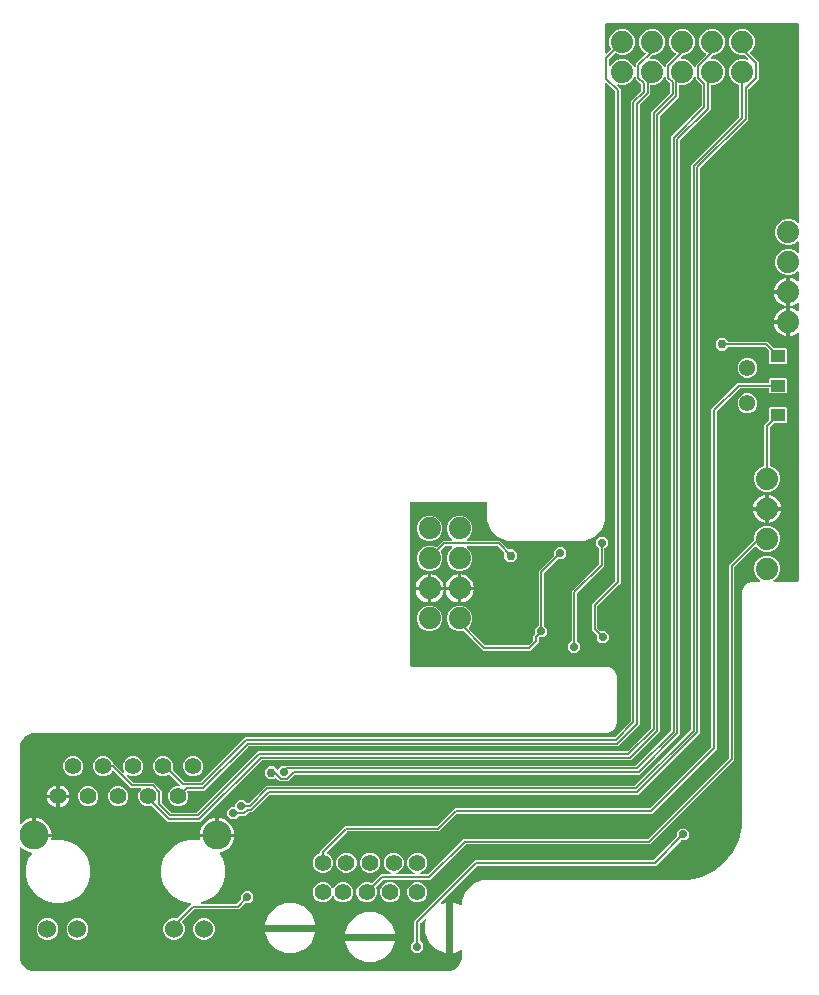
<source format=gtl>
G04 EAGLE Gerber RS-274X export*
G75*
%MOMM*%
%FSLAX34Y34*%
%LPD*%
%INTop Copper*%
%IPPOS*%
%AMOC8*
5,1,8,0,0,1.08239X$1,22.5*%
G01*
%ADD10C,1.879600*%
%ADD11C,2.445000*%
%ADD12C,1.398000*%
%ADD13C,1.530000*%
%ADD14R,1.200000X1.000000*%
%ADD15C,1.381000*%
%ADD16C,1.408000*%
%ADD17C,0.609600*%
%ADD18C,0.706400*%
%ADD19C,0.203200*%
%ADD20C,0.756400*%
%ADD21C,0.152400*%

G36*
X646022Y4164D02*
X646022Y4164D01*
X646060Y4163D01*
X647949Y4312D01*
X647955Y4313D01*
X647960Y4313D01*
X648125Y4347D01*
X651719Y5514D01*
X651750Y5531D01*
X651785Y5540D01*
X651931Y5623D01*
X654988Y7844D01*
X655013Y7869D01*
X655043Y7888D01*
X655156Y8012D01*
X657377Y11069D01*
X657394Y11101D01*
X657416Y11129D01*
X657486Y11281D01*
X658653Y14875D01*
X658654Y14881D01*
X658657Y14886D01*
X658688Y15051D01*
X658837Y16940D01*
X658835Y16962D01*
X658839Y17000D01*
X658839Y21239D01*
X658832Y21284D01*
X658834Y21330D01*
X658812Y21405D01*
X658800Y21482D01*
X658778Y21522D01*
X658765Y21567D01*
X658721Y21631D01*
X658684Y21699D01*
X658651Y21731D01*
X658625Y21769D01*
X658562Y21815D01*
X658506Y21869D01*
X658464Y21888D01*
X658428Y21915D01*
X658354Y21940D01*
X658283Y21972D01*
X658237Y21977D01*
X658194Y21992D01*
X658116Y21991D01*
X658039Y21999D01*
X657994Y21990D01*
X657948Y21989D01*
X657816Y21951D01*
X657798Y21947D01*
X657794Y21945D01*
X657787Y21942D01*
X652709Y19839D01*
X644291Y19839D01*
X636513Y23061D01*
X630561Y29013D01*
X627339Y36791D01*
X627339Y45209D01*
X628376Y47711D01*
X628398Y47806D01*
X628427Y47899D01*
X628426Y47925D01*
X628432Y47951D01*
X628423Y48048D01*
X628420Y48145D01*
X628411Y48170D01*
X628409Y48196D01*
X628369Y48285D01*
X628336Y48376D01*
X628319Y48397D01*
X628309Y48420D01*
X628243Y48492D01*
X628182Y48568D01*
X628160Y48582D01*
X628142Y48602D01*
X628057Y48649D01*
X627975Y48701D01*
X627950Y48708D01*
X627927Y48720D01*
X627831Y48738D01*
X627737Y48761D01*
X627711Y48759D01*
X627685Y48764D01*
X627588Y48750D01*
X627491Y48742D01*
X627467Y48732D01*
X627442Y48728D01*
X627354Y48684D01*
X627265Y48646D01*
X627240Y48625D01*
X627222Y48617D01*
X627199Y48593D01*
X627134Y48541D01*
X623764Y45171D01*
X623711Y45097D01*
X623651Y45027D01*
X623639Y44997D01*
X623620Y44971D01*
X623593Y44884D01*
X623559Y44799D01*
X623555Y44758D01*
X623548Y44736D01*
X623549Y44704D01*
X623541Y44632D01*
X623541Y29926D01*
X623555Y29836D01*
X623563Y29745D01*
X623575Y29715D01*
X623580Y29683D01*
X623623Y29602D01*
X623659Y29519D01*
X623685Y29486D01*
X623696Y29466D01*
X623719Y29444D01*
X623764Y29388D01*
X626057Y27095D01*
X626057Y22905D01*
X623095Y19943D01*
X618905Y19943D01*
X615943Y22905D01*
X615943Y27095D01*
X618236Y29388D01*
X618289Y29462D01*
X618349Y29531D01*
X618361Y29561D01*
X618380Y29587D01*
X618407Y29674D01*
X618441Y29759D01*
X618445Y29800D01*
X618452Y29822D01*
X618451Y29855D01*
X618459Y29926D01*
X618459Y47052D01*
X669948Y98541D01*
X820632Y98541D01*
X820722Y98555D01*
X820813Y98563D01*
X820843Y98575D01*
X820875Y98580D01*
X820956Y98623D01*
X821040Y98659D01*
X821072Y98685D01*
X821092Y98696D01*
X821106Y98710D01*
X821107Y98711D01*
X821118Y98721D01*
X821171Y98764D01*
X840720Y118313D01*
X840773Y118387D01*
X840833Y118457D01*
X840845Y118487D01*
X840864Y118513D01*
X840891Y118600D01*
X840925Y118685D01*
X840929Y118726D01*
X840936Y118748D01*
X840935Y118780D01*
X840943Y118852D01*
X840943Y122095D01*
X843905Y125057D01*
X848095Y125057D01*
X851057Y122095D01*
X851057Y117905D01*
X848095Y114943D01*
X844852Y114943D01*
X844762Y114929D01*
X844671Y114921D01*
X844641Y114909D01*
X844609Y114904D01*
X844528Y114861D01*
X844444Y114825D01*
X844412Y114799D01*
X844392Y114788D01*
X844369Y114765D01*
X844313Y114720D01*
X823052Y93459D01*
X672368Y93459D01*
X672278Y93445D01*
X672187Y93437D01*
X672157Y93425D01*
X672125Y93420D01*
X672044Y93377D01*
X671960Y93341D01*
X671928Y93315D01*
X671908Y93304D01*
X671885Y93281D01*
X671829Y93236D01*
X640959Y62366D01*
X640902Y62287D01*
X640840Y62212D01*
X640831Y62187D01*
X640815Y62166D01*
X640787Y62073D01*
X640752Y61982D01*
X640751Y61956D01*
X640743Y61931D01*
X640746Y61834D01*
X640741Y61736D01*
X640749Y61711D01*
X640749Y61685D01*
X640783Y61594D01*
X640810Y61500D01*
X640825Y61479D01*
X640834Y61454D01*
X640895Y61378D01*
X640950Y61298D01*
X640971Y61282D01*
X640988Y61262D01*
X641070Y61209D01*
X641148Y61151D01*
X641172Y61143D01*
X641195Y61129D01*
X641289Y61105D01*
X641382Y61075D01*
X641408Y61075D01*
X641433Y61069D01*
X641530Y61077D01*
X641627Y61078D01*
X641659Y61087D01*
X641678Y61088D01*
X641709Y61101D01*
X641789Y61124D01*
X644291Y62161D01*
X652709Y62161D01*
X657787Y60058D01*
X657831Y60047D01*
X657873Y60028D01*
X657950Y60019D01*
X658026Y60001D01*
X658072Y60006D01*
X658117Y60001D01*
X658194Y60017D01*
X658271Y60024D01*
X658313Y60043D01*
X658358Y60053D01*
X658425Y60093D01*
X658496Y60124D01*
X658530Y60156D01*
X658569Y60179D01*
X658620Y60238D01*
X658677Y60291D01*
X658699Y60331D01*
X658729Y60366D01*
X658758Y60438D01*
X658795Y60506D01*
X658804Y60552D01*
X658821Y60594D01*
X658836Y60730D01*
X658839Y60748D01*
X658838Y60753D01*
X658839Y60761D01*
X658839Y64209D01*
X662061Y71987D01*
X668013Y77939D01*
X675791Y81161D01*
X845000Y81161D01*
X845016Y81163D01*
X845043Y81162D01*
X850650Y81477D01*
X850681Y81484D01*
X850776Y81495D01*
X861709Y83990D01*
X861710Y83991D01*
X861712Y83991D01*
X861870Y84046D01*
X871973Y88912D01*
X871975Y88913D01*
X871976Y88913D01*
X872118Y89003D01*
X880885Y95994D01*
X880886Y95995D01*
X880887Y95996D01*
X881006Y96115D01*
X887997Y104882D01*
X887998Y104883D01*
X887999Y104884D01*
X888088Y105027D01*
X892954Y115130D01*
X892954Y115131D01*
X892955Y115132D01*
X893010Y115291D01*
X895505Y126224D01*
X895507Y126256D01*
X895523Y126350D01*
X895838Y131957D01*
X895836Y131974D01*
X895839Y132000D01*
X895839Y326021D01*
X897386Y329756D01*
X900244Y332614D01*
X903979Y334161D01*
X910799Y334161D01*
X910895Y334176D01*
X910992Y334186D01*
X911016Y334196D01*
X911042Y334200D01*
X911128Y334246D01*
X911217Y334286D01*
X911236Y334303D01*
X911259Y334316D01*
X911326Y334386D01*
X911398Y334452D01*
X911410Y334475D01*
X911428Y334494D01*
X911469Y334582D01*
X911516Y334668D01*
X911521Y334693D01*
X911532Y334717D01*
X911543Y334814D01*
X911560Y334910D01*
X911556Y334936D01*
X911559Y334961D01*
X911538Y335057D01*
X911524Y335153D01*
X911512Y335176D01*
X911507Y335202D01*
X911457Y335285D01*
X911413Y335372D01*
X911394Y335391D01*
X911381Y335413D01*
X911307Y335476D01*
X911237Y335544D01*
X911208Y335560D01*
X911194Y335573D01*
X911163Y335585D01*
X911090Y335625D01*
X910813Y335740D01*
X907740Y338813D01*
X906077Y342827D01*
X906077Y347173D01*
X907740Y351187D01*
X910813Y354260D01*
X914827Y355923D01*
X919173Y355923D01*
X923187Y354260D01*
X926260Y351187D01*
X927923Y347173D01*
X927923Y342827D01*
X926260Y338813D01*
X923187Y335740D01*
X922910Y335625D01*
X922827Y335574D01*
X922741Y335528D01*
X922723Y335509D01*
X922701Y335496D01*
X922639Y335421D01*
X922572Y335350D01*
X922561Y335326D01*
X922544Y335306D01*
X922509Y335215D01*
X922468Y335127D01*
X922465Y335101D01*
X922456Y335077D01*
X922452Y334979D01*
X922441Y334883D01*
X922446Y334857D01*
X922445Y334831D01*
X922473Y334737D01*
X922493Y334642D01*
X922507Y334620D01*
X922514Y334595D01*
X922569Y334515D01*
X922619Y334431D01*
X922639Y334414D01*
X922654Y334393D01*
X922732Y334334D01*
X922806Y334271D01*
X922831Y334261D01*
X922852Y334246D01*
X922944Y334216D01*
X923034Y334179D01*
X923067Y334176D01*
X923085Y334170D01*
X923118Y334170D01*
X923201Y334161D01*
X943000Y334161D01*
X943026Y334165D01*
X943075Y334164D01*
X943090Y334166D01*
X943117Y334173D01*
X943146Y334173D01*
X943221Y334196D01*
X943224Y334196D01*
X943229Y334198D01*
X943233Y334199D01*
X943243Y334200D01*
X943248Y334203D01*
X943307Y334220D01*
X943335Y334232D01*
X943391Y334266D01*
X943451Y334292D01*
X943512Y334341D01*
X943515Y334343D01*
X943517Y334345D01*
X943544Y334362D01*
X943556Y334376D01*
X943582Y334397D01*
X943603Y334418D01*
X943641Y334471D01*
X943687Y334518D01*
X943728Y334591D01*
X943747Y334618D01*
X943752Y334637D01*
X943768Y334665D01*
X943780Y334693D01*
X943786Y334721D01*
X943799Y334746D01*
X943815Y334818D01*
X943821Y334833D01*
X943824Y334863D01*
X943834Y334910D01*
X943836Y334925D01*
X943835Y334930D01*
X943836Y334933D01*
X943834Y334953D01*
X943839Y335000D01*
X943839Y543971D01*
X943837Y543983D01*
X943839Y543995D01*
X943818Y544104D01*
X943800Y544214D01*
X943794Y544224D01*
X943792Y544236D01*
X943736Y544333D01*
X943684Y544431D01*
X943676Y544439D01*
X943670Y544450D01*
X943587Y544524D01*
X943506Y544600D01*
X943495Y544606D01*
X943486Y544613D01*
X943384Y544657D01*
X943283Y544704D01*
X943271Y544705D01*
X943260Y544710D01*
X943149Y544719D01*
X943039Y544731D01*
X943027Y544729D01*
X943015Y544730D01*
X942907Y544703D01*
X942798Y544679D01*
X942788Y544673D01*
X942776Y544670D01*
X942631Y544587D01*
X941257Y543589D01*
X939583Y542736D01*
X937796Y542155D01*
X936523Y541954D01*
X936523Y553038D01*
X936521Y553051D01*
X936522Y553061D01*
X936521Y553067D01*
X936522Y553077D01*
X936500Y553179D01*
X936483Y553281D01*
X936474Y553298D01*
X936470Y553318D01*
X936417Y553407D01*
X936368Y553498D01*
X936354Y553512D01*
X936344Y553529D01*
X936265Y553596D01*
X936190Y553667D01*
X936172Y553676D01*
X936157Y553689D01*
X936061Y553727D01*
X935967Y553771D01*
X935947Y553773D01*
X935929Y553781D01*
X935762Y553799D01*
X934999Y553799D01*
X934999Y553801D01*
X935762Y553801D01*
X935782Y553804D01*
X935801Y553802D01*
X935903Y553824D01*
X936005Y553841D01*
X936022Y553850D01*
X936042Y553854D01*
X936131Y553907D01*
X936222Y553956D01*
X936236Y553970D01*
X936253Y553980D01*
X936320Y554059D01*
X936391Y554134D01*
X936400Y554152D01*
X936413Y554167D01*
X936452Y554263D01*
X936495Y554357D01*
X936497Y554377D01*
X936505Y554395D01*
X936523Y554562D01*
X936523Y565646D01*
X937796Y565445D01*
X939583Y564864D01*
X941257Y564011D01*
X942631Y563013D01*
X942641Y563008D01*
X942650Y563000D01*
X942751Y562952D01*
X942850Y562903D01*
X942862Y562901D01*
X942873Y562896D01*
X942984Y562884D01*
X943094Y562868D01*
X943106Y562870D01*
X943117Y562869D01*
X943226Y562892D01*
X943336Y562913D01*
X943346Y562918D01*
X943358Y562921D01*
X943454Y562978D01*
X943551Y563032D01*
X943559Y563041D01*
X943569Y563047D01*
X943641Y563132D01*
X943716Y563214D01*
X943721Y563225D01*
X943729Y563234D01*
X943771Y563338D01*
X943815Y563439D01*
X943816Y563451D01*
X943821Y563462D01*
X943839Y563629D01*
X943839Y569371D01*
X943837Y569383D01*
X943839Y569395D01*
X943818Y569504D01*
X943800Y569614D01*
X943794Y569624D01*
X943792Y569636D01*
X943737Y569733D01*
X943684Y569831D01*
X943676Y569839D01*
X943670Y569850D01*
X943587Y569924D01*
X943506Y570001D01*
X943495Y570006D01*
X943486Y570014D01*
X943384Y570057D01*
X943283Y570104D01*
X943271Y570105D01*
X943260Y570110D01*
X943149Y570119D01*
X943039Y570131D01*
X943027Y570129D01*
X943015Y570130D01*
X942907Y570103D01*
X942798Y570079D01*
X942788Y570073D01*
X942776Y570070D01*
X942631Y569987D01*
X941257Y568989D01*
X939583Y568136D01*
X937796Y567555D01*
X936523Y567354D01*
X936523Y578438D01*
X936520Y578458D01*
X936522Y578477D01*
X936500Y578579D01*
X936483Y578681D01*
X936474Y578698D01*
X936470Y578718D01*
X936417Y578807D01*
X936368Y578898D01*
X936354Y578912D01*
X936344Y578929D01*
X936265Y578996D01*
X936190Y579067D01*
X936172Y579076D01*
X936157Y579089D01*
X936061Y579127D01*
X935967Y579171D01*
X935947Y579173D01*
X935929Y579181D01*
X935762Y579199D01*
X934999Y579199D01*
X934999Y579201D01*
X935762Y579201D01*
X935782Y579204D01*
X935801Y579202D01*
X935903Y579224D01*
X936005Y579241D01*
X936022Y579250D01*
X936042Y579254D01*
X936131Y579307D01*
X936222Y579356D01*
X936236Y579370D01*
X936253Y579380D01*
X936320Y579459D01*
X936391Y579534D01*
X936400Y579552D01*
X936413Y579567D01*
X936452Y579663D01*
X936495Y579757D01*
X936497Y579777D01*
X936505Y579795D01*
X936523Y579962D01*
X936523Y591046D01*
X937796Y590845D01*
X939583Y590264D01*
X941257Y589411D01*
X942631Y588413D01*
X942641Y588408D01*
X942650Y588399D01*
X942751Y588353D01*
X942850Y588303D01*
X942862Y588301D01*
X942873Y588296D01*
X942984Y588284D01*
X943094Y588268D01*
X943106Y588270D01*
X943117Y588269D01*
X943226Y588292D01*
X943336Y588313D01*
X943346Y588318D01*
X943358Y588321D01*
X943453Y588378D01*
X943551Y588432D01*
X943559Y588441D01*
X943569Y588447D01*
X943641Y588532D01*
X943716Y588614D01*
X943721Y588625D01*
X943729Y588634D01*
X943771Y588738D01*
X943815Y588839D01*
X943816Y588851D01*
X943821Y588862D01*
X943839Y589029D01*
X943839Y596154D01*
X943828Y596225D01*
X943826Y596297D01*
X943808Y596346D01*
X943800Y596397D01*
X943766Y596460D01*
X943741Y596528D01*
X943709Y596568D01*
X943684Y596615D01*
X943632Y596664D01*
X943588Y596720D01*
X943544Y596748D01*
X943506Y596784D01*
X943441Y596814D01*
X943381Y596853D01*
X943330Y596866D01*
X943283Y596888D01*
X943212Y596895D01*
X943142Y596913D01*
X943090Y596909D01*
X943039Y596915D01*
X942968Y596899D01*
X942897Y596894D01*
X942849Y596873D01*
X942798Y596862D01*
X942737Y596826D01*
X942671Y596797D01*
X942615Y596753D01*
X942587Y596736D01*
X942572Y596718D01*
X942540Y596693D01*
X941187Y595340D01*
X937173Y593677D01*
X932827Y593677D01*
X928813Y595340D01*
X925740Y598413D01*
X924077Y602427D01*
X924077Y606773D01*
X925740Y610787D01*
X928813Y613860D01*
X932827Y615523D01*
X937173Y615523D01*
X941187Y613860D01*
X942540Y612507D01*
X942598Y612465D01*
X942650Y612416D01*
X942697Y612394D01*
X942739Y612364D01*
X942808Y612343D01*
X942873Y612312D01*
X942925Y612307D01*
X942975Y612291D01*
X943046Y612293D01*
X943117Y612285D01*
X943168Y612296D01*
X943220Y612298D01*
X943288Y612322D01*
X943358Y612338D01*
X943403Y612364D01*
X943451Y612382D01*
X943507Y612427D01*
X943569Y612464D01*
X943603Y612503D01*
X943643Y612536D01*
X943682Y612596D01*
X943729Y612651D01*
X943748Y612699D01*
X943776Y612743D01*
X943794Y612812D01*
X943821Y612879D01*
X943829Y612950D01*
X943837Y612981D01*
X943835Y613005D01*
X943839Y613046D01*
X943839Y621554D01*
X943837Y621566D01*
X943838Y621574D01*
X943829Y621614D01*
X943828Y621625D01*
X943826Y621697D01*
X943808Y621746D01*
X943800Y621797D01*
X943766Y621860D01*
X943741Y621928D01*
X943709Y621968D01*
X943684Y622015D01*
X943632Y622064D01*
X943588Y622120D01*
X943544Y622148D01*
X943506Y622184D01*
X943441Y622214D01*
X943381Y622253D01*
X943330Y622266D01*
X943283Y622288D01*
X943212Y622295D01*
X943142Y622313D01*
X943090Y622309D01*
X943039Y622315D01*
X942968Y622299D01*
X942897Y622294D01*
X942849Y622273D01*
X942798Y622262D01*
X942737Y622226D01*
X942671Y622197D01*
X942615Y622153D01*
X942587Y622136D01*
X942572Y622118D01*
X942540Y622093D01*
X941187Y620740D01*
X937173Y619077D01*
X932827Y619077D01*
X928813Y620740D01*
X925740Y623813D01*
X924077Y627827D01*
X924077Y632173D01*
X925740Y636187D01*
X928813Y639260D01*
X932827Y640923D01*
X937173Y640923D01*
X941187Y639260D01*
X942540Y637907D01*
X942598Y637865D01*
X942650Y637816D01*
X942697Y637794D01*
X942739Y637764D01*
X942808Y637743D01*
X942873Y637712D01*
X942925Y637707D01*
X942975Y637691D01*
X943046Y637693D01*
X943117Y637685D01*
X943168Y637696D01*
X943220Y637698D01*
X943288Y637722D01*
X943358Y637738D01*
X943403Y637764D01*
X943451Y637782D01*
X943507Y637827D01*
X943569Y637864D01*
X943603Y637903D01*
X943643Y637936D01*
X943682Y637996D01*
X943729Y638051D01*
X943748Y638099D01*
X943776Y638143D01*
X943794Y638212D01*
X943821Y638279D01*
X943829Y638350D01*
X943837Y638381D01*
X943835Y638405D01*
X943839Y638446D01*
X943839Y806000D01*
X943835Y806026D01*
X943836Y806075D01*
X943834Y806090D01*
X943827Y806117D01*
X943827Y806146D01*
X943804Y806221D01*
X943804Y806224D01*
X943802Y806229D01*
X943801Y806233D01*
X943800Y806243D01*
X943797Y806248D01*
X943780Y806307D01*
X943768Y806335D01*
X943734Y806391D01*
X943708Y806451D01*
X943659Y806512D01*
X943657Y806515D01*
X943655Y806517D01*
X943638Y806544D01*
X943624Y806556D01*
X943603Y806582D01*
X943582Y806603D01*
X943529Y806641D01*
X943482Y806687D01*
X943409Y806728D01*
X943382Y806747D01*
X943363Y806752D01*
X943335Y806768D01*
X943307Y806780D01*
X943279Y806786D01*
X943254Y806799D01*
X943182Y806815D01*
X943167Y806821D01*
X943137Y806824D01*
X943090Y806834D01*
X943075Y806836D01*
X943070Y806835D01*
X943067Y806836D01*
X943047Y806834D01*
X943000Y806839D01*
X781000Y806839D01*
X780974Y806835D01*
X780925Y806836D01*
X780910Y806834D01*
X780883Y806827D01*
X780854Y806827D01*
X780779Y806804D01*
X780776Y806804D01*
X780771Y806802D01*
X780767Y806801D01*
X780757Y806800D01*
X780752Y806797D01*
X780693Y806780D01*
X780665Y806768D01*
X780609Y806734D01*
X780549Y806708D01*
X780488Y806659D01*
X780485Y806657D01*
X780483Y806655D01*
X780456Y806638D01*
X780444Y806624D01*
X780418Y806603D01*
X780397Y806582D01*
X780359Y806529D01*
X780313Y806482D01*
X780272Y806409D01*
X780253Y806382D01*
X780248Y806363D01*
X780232Y806335D01*
X780220Y806307D01*
X780214Y806279D01*
X780201Y806254D01*
X780185Y806182D01*
X780179Y806167D01*
X780176Y806137D01*
X780166Y806090D01*
X780164Y806075D01*
X780165Y806070D01*
X780164Y806067D01*
X780166Y806047D01*
X780161Y806000D01*
X780161Y781832D01*
X780172Y781762D01*
X780174Y781690D01*
X780192Y781641D01*
X780200Y781590D01*
X780234Y781526D01*
X780259Y781459D01*
X780291Y781418D01*
X780316Y781372D01*
X780367Y781323D01*
X780412Y781267D01*
X780456Y781239D01*
X780494Y781203D01*
X780559Y781173D01*
X780619Y781134D01*
X780670Y781121D01*
X780717Y781099D01*
X780788Y781091D01*
X780858Y781074D01*
X780910Y781078D01*
X780961Y781072D01*
X781032Y781087D01*
X781103Y781093D01*
X781151Y781113D01*
X781202Y781124D01*
X781263Y781161D01*
X781329Y781189D01*
X781385Y781234D01*
X781413Y781251D01*
X781428Y781268D01*
X781460Y781294D01*
X784733Y784567D01*
X784801Y784662D01*
X784871Y784756D01*
X784873Y784762D01*
X784877Y784767D01*
X784911Y784878D01*
X784947Y784990D01*
X784947Y784996D01*
X784949Y785002D01*
X784946Y785119D01*
X784945Y785236D01*
X784943Y785243D01*
X784943Y785248D01*
X784936Y785265D01*
X784898Y785397D01*
X783477Y788827D01*
X783477Y793173D01*
X785140Y797187D01*
X788213Y800260D01*
X792227Y801923D01*
X796573Y801923D01*
X800587Y800260D01*
X803660Y797187D01*
X805323Y793173D01*
X805323Y788827D01*
X803660Y784813D01*
X800587Y781740D01*
X796573Y780077D01*
X792227Y780077D01*
X788797Y781498D01*
X788683Y781525D01*
X788570Y781554D01*
X788563Y781553D01*
X788557Y781554D01*
X788441Y781543D01*
X788324Y781534D01*
X788319Y781532D01*
X788312Y781531D01*
X788205Y781484D01*
X788098Y781438D01*
X788092Y781433D01*
X788088Y781431D01*
X788074Y781419D01*
X787967Y781333D01*
X783510Y776876D01*
X783457Y776802D01*
X783397Y776732D01*
X783385Y776702D01*
X783366Y776676D01*
X783339Y776589D01*
X783305Y776504D01*
X783301Y776463D01*
X783294Y776441D01*
X783295Y776409D01*
X783287Y776338D01*
X783287Y771140D01*
X783302Y771044D01*
X783312Y770947D01*
X783322Y770923D01*
X783326Y770897D01*
X783372Y770811D01*
X783412Y770722D01*
X783429Y770703D01*
X783442Y770680D01*
X783512Y770613D01*
X783578Y770541D01*
X783601Y770528D01*
X783620Y770510D01*
X783708Y770469D01*
X783794Y770422D01*
X783819Y770418D01*
X783843Y770407D01*
X783940Y770396D01*
X784036Y770379D01*
X784062Y770382D01*
X784087Y770379D01*
X784182Y770400D01*
X784279Y770414D01*
X784302Y770426D01*
X784328Y770432D01*
X784412Y770482D01*
X784498Y770526D01*
X784516Y770544D01*
X784539Y770558D01*
X784602Y770632D01*
X784670Y770701D01*
X784686Y770730D01*
X784699Y770745D01*
X784711Y770776D01*
X784751Y770848D01*
X785140Y771787D01*
X788213Y774860D01*
X792227Y776523D01*
X796573Y776523D01*
X800587Y774860D01*
X803660Y771787D01*
X804365Y770085D01*
X804416Y770002D01*
X804462Y769917D01*
X804480Y769899D01*
X804494Y769876D01*
X804570Y769814D01*
X804640Y769747D01*
X804664Y769736D01*
X804684Y769720D01*
X804775Y769685D01*
X804863Y769644D01*
X804889Y769641D01*
X804913Y769631D01*
X805011Y769627D01*
X805107Y769617D01*
X805133Y769622D01*
X805159Y769621D01*
X805253Y769648D01*
X805348Y769669D01*
X805370Y769682D01*
X805395Y769690D01*
X805475Y769745D01*
X805559Y769795D01*
X805576Y769815D01*
X805597Y769830D01*
X805656Y769908D01*
X805719Y769982D01*
X805729Y770006D01*
X805744Y770027D01*
X805774Y770120D01*
X805811Y770210D01*
X805814Y770243D01*
X805820Y770261D01*
X805820Y770294D01*
X805829Y770377D01*
X805829Y772063D01*
X814146Y780380D01*
X814173Y780417D01*
X814207Y780448D01*
X814244Y780517D01*
X814290Y780580D01*
X814303Y780624D01*
X814325Y780664D01*
X814339Y780740D01*
X814362Y780815D01*
X814361Y780861D01*
X814369Y780906D01*
X814358Y780983D01*
X814356Y781061D01*
X814340Y781104D01*
X814333Y781149D01*
X814298Y781219D01*
X814271Y781292D01*
X814242Y781328D01*
X814222Y781368D01*
X814166Y781423D01*
X814117Y781484D01*
X814079Y781509D01*
X814046Y781541D01*
X813926Y781607D01*
X813911Y781617D01*
X813906Y781618D01*
X813899Y781622D01*
X813613Y781740D01*
X810540Y784813D01*
X808877Y788827D01*
X808877Y793173D01*
X810540Y797187D01*
X813613Y800260D01*
X817627Y801923D01*
X821973Y801923D01*
X825987Y800260D01*
X829060Y797187D01*
X830723Y793173D01*
X830723Y788827D01*
X829060Y784813D01*
X825987Y781740D01*
X821973Y780077D01*
X820627Y780077D01*
X820536Y780063D01*
X820446Y780055D01*
X820416Y780043D01*
X820384Y780038D01*
X820303Y779995D01*
X820219Y779959D01*
X820187Y779933D01*
X820166Y779922D01*
X820144Y779899D01*
X820088Y779854D01*
X818056Y777822D01*
X818014Y777764D01*
X817965Y777712D01*
X817943Y777665D01*
X817913Y777623D01*
X817892Y777554D01*
X817861Y777489D01*
X817856Y777437D01*
X817840Y777387D01*
X817842Y777316D01*
X817834Y777245D01*
X817845Y777194D01*
X817847Y777142D01*
X817871Y777074D01*
X817886Y777004D01*
X817913Y776959D01*
X817931Y776911D01*
X817976Y776855D01*
X818013Y776793D01*
X818052Y776759D01*
X818085Y776719D01*
X818145Y776680D01*
X818200Y776633D01*
X818248Y776614D01*
X818292Y776586D01*
X818361Y776568D01*
X818428Y776541D01*
X818499Y776533D01*
X818530Y776525D01*
X818554Y776527D01*
X818594Y776523D01*
X821973Y776523D01*
X825987Y774860D01*
X829060Y771787D01*
X829765Y770086D01*
X829816Y770003D01*
X829862Y769917D01*
X829881Y769899D01*
X829894Y769876D01*
X829969Y769814D01*
X830040Y769747D01*
X830064Y769736D01*
X830084Y769720D01*
X830175Y769685D01*
X830263Y769644D01*
X830289Y769641D01*
X830313Y769631D01*
X830411Y769627D01*
X830507Y769617D01*
X830533Y769622D01*
X830559Y769621D01*
X830653Y769648D01*
X830748Y769669D01*
X830770Y769682D01*
X830795Y769690D01*
X830875Y769745D01*
X830959Y769795D01*
X830976Y769815D01*
X830997Y769830D01*
X831056Y769908D01*
X831119Y769982D01*
X831129Y770006D01*
X831144Y770027D01*
X831174Y770120D01*
X831211Y770210D01*
X831214Y770243D01*
X831220Y770261D01*
X831220Y770294D01*
X831229Y770377D01*
X831229Y771387D01*
X832792Y772949D01*
X840024Y780182D01*
X840051Y780219D01*
X840085Y780250D01*
X840122Y780318D01*
X840168Y780382D01*
X840181Y780425D01*
X840203Y780466D01*
X840217Y780542D01*
X840240Y780617D01*
X840239Y780663D01*
X840247Y780708D01*
X840236Y780785D01*
X840234Y780863D01*
X840218Y780906D01*
X840211Y780951D01*
X840176Y781021D01*
X840149Y781094D01*
X840121Y781129D01*
X840100Y781170D01*
X840044Y781225D01*
X839996Y781286D01*
X839957Y781310D01*
X839924Y781343D01*
X839804Y781409D01*
X839789Y781419D01*
X839784Y781420D01*
X839777Y781423D01*
X839013Y781740D01*
X835940Y784813D01*
X834277Y788827D01*
X834277Y793173D01*
X835940Y797187D01*
X839013Y800260D01*
X843027Y801923D01*
X847373Y801923D01*
X851387Y800260D01*
X854460Y797187D01*
X856123Y793173D01*
X856123Y788827D01*
X854460Y784813D01*
X851387Y781740D01*
X847373Y780077D01*
X846703Y780077D01*
X846613Y780063D01*
X846522Y780055D01*
X846492Y780043D01*
X846460Y780038D01*
X846379Y779995D01*
X846295Y779959D01*
X846263Y779933D01*
X846243Y779922D01*
X846220Y779899D01*
X846165Y779854D01*
X844132Y777822D01*
X844091Y777764D01*
X844041Y777712D01*
X844019Y777665D01*
X843989Y777623D01*
X843968Y777554D01*
X843938Y777489D01*
X843932Y777437D01*
X843917Y777387D01*
X843918Y777316D01*
X843911Y777245D01*
X843922Y777194D01*
X843923Y777142D01*
X843948Y777074D01*
X843963Y777004D01*
X843989Y776960D01*
X844007Y776911D01*
X844052Y776855D01*
X844089Y776793D01*
X844129Y776759D01*
X844161Y776719D01*
X844221Y776680D01*
X844276Y776633D01*
X844324Y776614D01*
X844368Y776586D01*
X844437Y776568D01*
X844504Y776541D01*
X844575Y776533D01*
X844607Y776525D01*
X844630Y776527D01*
X844671Y776523D01*
X847373Y776523D01*
X851387Y774860D01*
X854460Y771787D01*
X855165Y770086D01*
X855216Y770003D01*
X855262Y769917D01*
X855281Y769899D01*
X855294Y769876D01*
X855369Y769814D01*
X855440Y769747D01*
X855464Y769736D01*
X855484Y769720D01*
X855575Y769685D01*
X855663Y769644D01*
X855689Y769641D01*
X855713Y769631D01*
X855811Y769627D01*
X855907Y769617D01*
X855933Y769622D01*
X855959Y769621D01*
X856053Y769648D01*
X856148Y769669D01*
X856170Y769682D01*
X856195Y769690D01*
X856275Y769745D01*
X856359Y769795D01*
X856376Y769815D01*
X856397Y769830D01*
X856456Y769908D01*
X856519Y769982D01*
X856529Y770006D01*
X856544Y770027D01*
X856574Y770120D01*
X856611Y770210D01*
X856614Y770243D01*
X856620Y770261D01*
X856620Y770294D01*
X856629Y770377D01*
X856629Y771387D01*
X865424Y780182D01*
X865451Y780219D01*
X865485Y780250D01*
X865522Y780319D01*
X865568Y780382D01*
X865581Y780425D01*
X865603Y780466D01*
X865617Y780542D01*
X865640Y780617D01*
X865639Y780663D01*
X865647Y780708D01*
X865636Y780785D01*
X865634Y780863D01*
X865618Y780906D01*
X865611Y780951D01*
X865576Y781020D01*
X865549Y781094D01*
X865521Y781129D01*
X865500Y781170D01*
X865444Y781225D01*
X865396Y781286D01*
X865357Y781310D01*
X865324Y781343D01*
X865204Y781409D01*
X865189Y781419D01*
X865184Y781420D01*
X865177Y781423D01*
X864413Y781740D01*
X861340Y784813D01*
X859677Y788827D01*
X859677Y793173D01*
X861340Y797187D01*
X864413Y800260D01*
X868427Y801923D01*
X872773Y801923D01*
X876787Y800260D01*
X879860Y797187D01*
X881523Y793173D01*
X881523Y788827D01*
X879860Y784813D01*
X876787Y781740D01*
X872773Y780077D01*
X872103Y780077D01*
X872013Y780063D01*
X871922Y780055D01*
X871892Y780043D01*
X871860Y780038D01*
X871780Y779995D01*
X871696Y779959D01*
X871663Y779933D01*
X871643Y779922D01*
X871621Y779899D01*
X871565Y779854D01*
X869532Y777822D01*
X869491Y777764D01*
X869441Y777712D01*
X869419Y777665D01*
X869389Y777623D01*
X869368Y777554D01*
X869338Y777489D01*
X869332Y777437D01*
X869317Y777387D01*
X869318Y777316D01*
X869311Y777245D01*
X869322Y777194D01*
X869323Y777142D01*
X869348Y777074D01*
X869363Y777004D01*
X869390Y776959D01*
X869407Y776911D01*
X869452Y776855D01*
X869489Y776793D01*
X869529Y776759D01*
X869561Y776719D01*
X869621Y776680D01*
X869676Y776633D01*
X869724Y776614D01*
X869768Y776586D01*
X869837Y776568D01*
X869904Y776541D01*
X869975Y776533D01*
X870007Y776525D01*
X870030Y776527D01*
X870071Y776523D01*
X872773Y776523D01*
X876787Y774860D01*
X879860Y771787D01*
X881523Y767773D01*
X881523Y763427D01*
X879860Y759413D01*
X876787Y756340D01*
X872773Y754677D01*
X869980Y754677D01*
X869960Y754674D01*
X869941Y754676D01*
X869839Y754654D01*
X869737Y754638D01*
X869720Y754628D01*
X869700Y754624D01*
X869611Y754571D01*
X869520Y754522D01*
X869506Y754508D01*
X869489Y754498D01*
X869422Y754419D01*
X869350Y754344D01*
X869342Y754326D01*
X869329Y754311D01*
X869290Y754215D01*
X869247Y754121D01*
X869245Y754101D01*
X869237Y754083D01*
X869219Y753916D01*
X869219Y733551D01*
X843558Y707890D01*
X843505Y707816D01*
X843445Y707746D01*
X843433Y707716D01*
X843414Y707690D01*
X843387Y707603D01*
X843353Y707518D01*
X843349Y707477D01*
X843342Y707455D01*
X843343Y707423D01*
X843335Y707351D01*
X843335Y204790D01*
X809210Y170665D01*
X517442Y170665D01*
X517352Y170651D01*
X517261Y170643D01*
X517232Y170631D01*
X517200Y170626D01*
X517119Y170583D01*
X517035Y170547D01*
X517003Y170521D01*
X516982Y170510D01*
X516960Y170487D01*
X516904Y170442D01*
X512920Y166458D01*
X511357Y164895D01*
X504372Y164895D01*
X502810Y166458D01*
X502809Y166458D01*
X501424Y167843D01*
X501408Y167854D01*
X501396Y167870D01*
X501308Y167926D01*
X501225Y167986D01*
X501206Y167992D01*
X501189Y168003D01*
X501088Y168028D01*
X500990Y168059D01*
X500970Y168058D01*
X500950Y168063D01*
X500847Y168055D01*
X500744Y168052D01*
X500725Y168046D01*
X500705Y168044D01*
X500610Y168004D01*
X500513Y167968D01*
X500497Y167955D01*
X500479Y167948D01*
X500348Y167843D01*
X499449Y166944D01*
X495052Y166944D01*
X491944Y170052D01*
X491944Y174449D01*
X495052Y177557D01*
X499449Y177557D01*
X501889Y175117D01*
X501905Y175105D01*
X501918Y175090D01*
X502005Y175034D01*
X502089Y174973D01*
X502108Y174968D01*
X502125Y174957D01*
X502225Y174931D01*
X502324Y174901D01*
X502344Y174902D01*
X502363Y174897D01*
X502466Y174905D01*
X502570Y174907D01*
X502589Y174914D01*
X502608Y174916D01*
X502703Y174956D01*
X502801Y174992D01*
X502816Y175004D01*
X502835Y175012D01*
X502966Y175117D01*
X505905Y178057D01*
X509507Y178057D01*
X509598Y178071D01*
X509688Y178079D01*
X509718Y178091D01*
X509750Y178096D01*
X509831Y178139D01*
X509915Y178175D01*
X509947Y178201D01*
X509968Y178212D01*
X509990Y178235D01*
X510046Y178280D01*
X510053Y178287D01*
X805737Y178287D01*
X805828Y178301D01*
X805918Y178309D01*
X805948Y178321D01*
X805980Y178326D01*
X806061Y178369D01*
X806145Y178405D01*
X806177Y178431D01*
X806198Y178442D01*
X806220Y178465D01*
X806276Y178510D01*
X835490Y207724D01*
X835543Y207798D01*
X835603Y207868D01*
X835615Y207898D01*
X835634Y207924D01*
X835661Y208011D01*
X835695Y208096D01*
X835699Y208137D01*
X835706Y208159D01*
X835705Y208191D01*
X835713Y208263D01*
X835713Y710824D01*
X861374Y736485D01*
X861427Y736558D01*
X861487Y736628D01*
X861499Y736658D01*
X861518Y736684D01*
X861545Y736771D01*
X861579Y736856D01*
X861583Y736897D01*
X861590Y736919D01*
X861589Y736952D01*
X861597Y737023D01*
X861597Y754530D01*
X861583Y754620D01*
X861575Y754711D01*
X861563Y754741D01*
X861558Y754773D01*
X861515Y754853D01*
X861479Y754937D01*
X861453Y754969D01*
X861442Y754990D01*
X861419Y755012D01*
X861374Y755068D01*
X856629Y759813D01*
X856629Y760823D01*
X856614Y760919D01*
X856604Y761016D01*
X856594Y761040D01*
X856590Y761066D01*
X856544Y761152D01*
X856504Y761241D01*
X856487Y761260D01*
X856474Y761283D01*
X856404Y761350D01*
X856338Y761422D01*
X856315Y761435D01*
X856296Y761453D01*
X856208Y761494D01*
X856122Y761541D01*
X856097Y761545D01*
X856073Y761556D01*
X855976Y761567D01*
X855880Y761584D01*
X855854Y761581D01*
X855829Y761583D01*
X855733Y761563D01*
X855637Y761549D01*
X855614Y761537D01*
X855588Y761531D01*
X855505Y761481D01*
X855418Y761437D01*
X855399Y761418D01*
X855377Y761405D01*
X855314Y761331D01*
X855246Y761261D01*
X855230Y761233D01*
X855217Y761218D01*
X855205Y761187D01*
X855165Y761114D01*
X854460Y759413D01*
X851387Y756340D01*
X847373Y754677D01*
X843248Y754677D01*
X843228Y754674D01*
X843209Y754676D01*
X843107Y754654D01*
X843005Y754638D01*
X842988Y754628D01*
X842968Y754624D01*
X842879Y754571D01*
X842788Y754522D01*
X842774Y754508D01*
X842757Y754498D01*
X842690Y754419D01*
X842618Y754344D01*
X842610Y754326D01*
X842597Y754311D01*
X842558Y754215D01*
X842515Y754121D01*
X842513Y754101D01*
X842505Y754083D01*
X842487Y753916D01*
X842487Y744653D01*
X826510Y728676D01*
X826457Y728602D01*
X826397Y728532D01*
X826385Y728502D01*
X826366Y728476D01*
X826339Y728389D01*
X826305Y728304D01*
X826301Y728263D01*
X826294Y728241D01*
X826295Y728209D01*
X826287Y728137D01*
X826287Y207053D01*
X801899Y182665D01*
X489525Y182665D01*
X489435Y182651D01*
X489344Y182643D01*
X489314Y182631D01*
X489282Y182626D01*
X489202Y182583D01*
X489118Y182547D01*
X489086Y182521D01*
X489065Y182510D01*
X489043Y182487D01*
X488987Y182442D01*
X437282Y130737D01*
X409711Y130737D01*
X408148Y132300D01*
X396475Y143973D01*
X396380Y144041D01*
X396286Y144111D01*
X396280Y144113D01*
X396275Y144117D01*
X396164Y144151D01*
X396052Y144187D01*
X396046Y144187D01*
X396040Y144189D01*
X395923Y144186D01*
X395806Y144185D01*
X395799Y144183D01*
X395794Y144183D01*
X395777Y144176D01*
X395645Y144138D01*
X394794Y143785D01*
X391406Y143785D01*
X388277Y145082D01*
X385882Y147477D01*
X384585Y150606D01*
X384585Y153994D01*
X385882Y157123D01*
X386748Y157990D01*
X386790Y158048D01*
X386839Y158100D01*
X386861Y158147D01*
X386892Y158189D01*
X386913Y158258D01*
X386943Y158323D01*
X386949Y158375D01*
X386964Y158425D01*
X386962Y158496D01*
X386970Y158567D01*
X386959Y158618D01*
X386958Y158670D01*
X386933Y158738D01*
X386918Y158808D01*
X386891Y158853D01*
X386873Y158901D01*
X386828Y158957D01*
X386792Y159019D01*
X386752Y159053D01*
X386719Y159093D01*
X386659Y159132D01*
X386605Y159179D01*
X386556Y159198D01*
X386513Y159226D01*
X386443Y159244D01*
X386377Y159271D01*
X386305Y159279D01*
X386274Y159287D01*
X386251Y159285D01*
X386210Y159289D01*
X378459Y159289D01*
X363801Y173947D01*
X363764Y173974D01*
X363733Y174007D01*
X363664Y174045D01*
X363601Y174090D01*
X363557Y174104D01*
X363517Y174126D01*
X363440Y174140D01*
X363366Y174163D01*
X363320Y174162D01*
X363275Y174170D01*
X363198Y174158D01*
X363120Y174156D01*
X363077Y174141D01*
X363032Y174134D01*
X362962Y174099D01*
X362889Y174072D01*
X362853Y174043D01*
X362812Y174022D01*
X362758Y173967D01*
X362697Y173918D01*
X362672Y173880D01*
X362640Y173847D01*
X362574Y173727D01*
X362564Y173711D01*
X362563Y173706D01*
X362559Y173700D01*
X362218Y172877D01*
X359823Y170482D01*
X356694Y169185D01*
X353306Y169185D01*
X350177Y170482D01*
X347782Y172877D01*
X346485Y176006D01*
X346485Y179394D01*
X347782Y182523D01*
X350177Y184918D01*
X353306Y186215D01*
X356694Y186215D01*
X359823Y184918D01*
X362218Y182523D01*
X363074Y180457D01*
X363136Y180357D01*
X363196Y180257D01*
X363201Y180253D01*
X363204Y180248D01*
X363294Y180173D01*
X363383Y180097D01*
X363389Y180095D01*
X363394Y180091D01*
X363502Y180049D01*
X363611Y180005D01*
X363619Y180004D01*
X363623Y180003D01*
X363641Y180002D01*
X363778Y179987D01*
X364229Y179987D01*
X371778Y172437D01*
X371858Y172380D01*
X371933Y172318D01*
X371957Y172309D01*
X371978Y172294D01*
X372071Y172265D01*
X372162Y172230D01*
X372188Y172229D01*
X372213Y172221D01*
X372311Y172224D01*
X372408Y172220D01*
X372433Y172227D01*
X372459Y172228D01*
X372551Y172261D01*
X372644Y172288D01*
X372666Y172303D01*
X372690Y172312D01*
X372766Y172373D01*
X372846Y172429D01*
X372862Y172450D01*
X372882Y172466D01*
X372935Y172548D01*
X372993Y172626D01*
X373001Y172651D01*
X373015Y172673D01*
X373039Y172767D01*
X373069Y172860D01*
X373069Y172886D01*
X373075Y172911D01*
X373068Y173008D01*
X373067Y173106D01*
X373058Y173137D01*
X373056Y173157D01*
X373043Y173187D01*
X373020Y173267D01*
X371885Y176006D01*
X371885Y179394D01*
X373182Y182523D01*
X375577Y184918D01*
X378706Y186215D01*
X382094Y186215D01*
X385223Y184918D01*
X387618Y182523D01*
X388915Y179394D01*
X388915Y176006D01*
X387618Y172877D01*
X385223Y170482D01*
X382094Y169185D01*
X378706Y169185D01*
X375967Y170320D01*
X375872Y170342D01*
X375779Y170371D01*
X375753Y170370D01*
X375727Y170376D01*
X375631Y170367D01*
X375533Y170365D01*
X375509Y170356D01*
X375482Y170353D01*
X375393Y170313D01*
X375302Y170280D01*
X375282Y170264D01*
X375258Y170253D01*
X375186Y170187D01*
X375110Y170126D01*
X375096Y170104D01*
X375077Y170087D01*
X375030Y170001D01*
X374977Y169919D01*
X374971Y169894D01*
X374958Y169871D01*
X374941Y169775D01*
X374917Y169681D01*
X374919Y169655D01*
X374914Y169629D01*
X374929Y169532D01*
X374936Y169436D01*
X374946Y169412D01*
X374950Y169386D01*
X374994Y169299D01*
X375032Y169209D01*
X375053Y169184D01*
X375062Y169167D01*
X375085Y169143D01*
X375137Y169078D01*
X380130Y164086D01*
X380204Y164033D01*
X380273Y163973D01*
X380303Y163961D01*
X380330Y163942D01*
X380417Y163915D01*
X380502Y163881D01*
X380542Y163877D01*
X380565Y163870D01*
X380597Y163871D01*
X380668Y163863D01*
X397889Y163863D01*
X399452Y162300D01*
X404746Y157006D01*
X404746Y146803D01*
X404761Y146713D01*
X404768Y146622D01*
X404780Y146593D01*
X404786Y146561D01*
X404828Y146480D01*
X404864Y146396D01*
X404890Y146364D01*
X404901Y146343D01*
X404924Y146321D01*
X404969Y146265D01*
X412652Y138582D01*
X412726Y138529D01*
X412796Y138469D01*
X412826Y138457D01*
X412852Y138438D01*
X412939Y138411D01*
X413024Y138377D01*
X413065Y138373D01*
X413087Y138366D01*
X413119Y138367D01*
X413191Y138359D01*
X433809Y138359D01*
X433900Y138373D01*
X433990Y138381D01*
X434020Y138393D01*
X434052Y138398D01*
X434133Y138441D01*
X434217Y138477D01*
X434249Y138503D01*
X434270Y138514D01*
X434292Y138537D01*
X434348Y138582D01*
X484490Y188724D01*
X486053Y190287D01*
X798427Y190287D01*
X798517Y190301D01*
X798608Y190309D01*
X798638Y190321D01*
X798670Y190326D01*
X798750Y190369D01*
X798834Y190405D01*
X798866Y190431D01*
X798887Y190442D01*
X798909Y190465D01*
X798965Y190510D01*
X818442Y209987D01*
X818495Y210061D01*
X818555Y210130D01*
X818567Y210160D01*
X818586Y210187D01*
X818613Y210273D01*
X818647Y210358D01*
X818651Y210399D01*
X818658Y210422D01*
X818657Y210454D01*
X818665Y210525D01*
X818665Y731610D01*
X834642Y747587D01*
X834695Y747661D01*
X834755Y747730D01*
X834767Y747760D01*
X834786Y747787D01*
X834813Y747873D01*
X834847Y747958D01*
X834851Y747999D01*
X834858Y748022D01*
X834857Y748054D01*
X834865Y748125D01*
X834865Y755862D01*
X834851Y755952D01*
X834843Y756043D01*
X834831Y756073D01*
X834826Y756105D01*
X834783Y756185D01*
X834747Y756269D01*
X834721Y756301D01*
X834710Y756322D01*
X834687Y756344D01*
X834642Y756400D01*
X831229Y759813D01*
X831229Y760823D01*
X831214Y760919D01*
X831204Y761016D01*
X831194Y761040D01*
X831190Y761066D01*
X831144Y761152D01*
X831104Y761241D01*
X831087Y761260D01*
X831074Y761283D01*
X831004Y761350D01*
X830938Y761422D01*
X830915Y761435D01*
X830896Y761453D01*
X830808Y761494D01*
X830722Y761541D01*
X830697Y761545D01*
X830673Y761556D01*
X830576Y761567D01*
X830480Y761584D01*
X830454Y761581D01*
X830429Y761583D01*
X830333Y761563D01*
X830237Y761549D01*
X830214Y761537D01*
X830188Y761531D01*
X830105Y761481D01*
X830018Y761437D01*
X829999Y761418D01*
X829977Y761405D01*
X829914Y761331D01*
X829846Y761261D01*
X829830Y761233D01*
X829817Y761218D01*
X829805Y761187D01*
X829765Y761114D01*
X829060Y759413D01*
X825987Y756340D01*
X821973Y754677D01*
X819034Y754677D01*
X819014Y754674D01*
X818995Y754676D01*
X818893Y754654D01*
X818791Y754638D01*
X818774Y754628D01*
X818754Y754624D01*
X818665Y754571D01*
X818574Y754522D01*
X818560Y754508D01*
X818543Y754498D01*
X818476Y754419D01*
X818405Y754344D01*
X818396Y754326D01*
X818383Y754311D01*
X818345Y754215D01*
X818301Y754121D01*
X818299Y754101D01*
X818291Y754083D01*
X818273Y753916D01*
X818273Y746839D01*
X809558Y738124D01*
X809505Y738050D01*
X809445Y737980D01*
X809433Y737950D01*
X809414Y737924D01*
X809387Y737837D01*
X809353Y737752D01*
X809349Y737711D01*
X809342Y737689D01*
X809343Y737657D01*
X809335Y737585D01*
X809335Y212790D01*
X791210Y194665D01*
X478525Y194665D01*
X478435Y194651D01*
X478344Y194643D01*
X478314Y194631D01*
X478282Y194626D01*
X478202Y194583D01*
X478118Y194547D01*
X478086Y194521D01*
X478065Y194510D01*
X478043Y194487D01*
X477987Y194442D01*
X440634Y157089D01*
X426872Y157089D01*
X426827Y157082D01*
X426781Y157084D01*
X426706Y157062D01*
X426629Y157050D01*
X426589Y157028D01*
X426544Y157015D01*
X426480Y156971D01*
X426412Y156934D01*
X426380Y156901D01*
X426342Y156875D01*
X426296Y156813D01*
X426242Y156756D01*
X426223Y156714D01*
X426196Y156678D01*
X426171Y156604D01*
X426139Y156533D01*
X426134Y156487D01*
X426119Y156444D01*
X426120Y156366D01*
X426112Y156289D01*
X426121Y156244D01*
X426122Y156198D01*
X426160Y156066D01*
X426164Y156048D01*
X426166Y156044D01*
X426168Y156037D01*
X427015Y153994D01*
X427015Y150606D01*
X425718Y147477D01*
X423323Y145082D01*
X420194Y143785D01*
X416806Y143785D01*
X413677Y145082D01*
X411282Y147477D01*
X409985Y150606D01*
X409985Y153994D01*
X411282Y157123D01*
X413677Y159518D01*
X416806Y160815D01*
X418895Y160815D01*
X418966Y160826D01*
X419038Y160828D01*
X419087Y160846D01*
X419138Y160854D01*
X419201Y160888D01*
X419269Y160913D01*
X419309Y160945D01*
X419355Y160970D01*
X419405Y161021D01*
X419461Y161066D01*
X419489Y161110D01*
X419525Y161148D01*
X419555Y161213D01*
X419594Y161273D01*
X419606Y161324D01*
X419628Y161371D01*
X419636Y161442D01*
X419654Y161512D01*
X419650Y161564D01*
X419656Y161615D01*
X419640Y161686D01*
X419635Y161757D01*
X419614Y161805D01*
X419603Y161856D01*
X419566Y161917D01*
X419538Y161983D01*
X419494Y162039D01*
X419477Y162067D01*
X419459Y162082D01*
X419434Y162114D01*
X411296Y170252D01*
X411202Y170319D01*
X411108Y170390D01*
X411101Y170392D01*
X411096Y170395D01*
X410986Y170429D01*
X410874Y170466D01*
X410867Y170466D01*
X410861Y170468D01*
X410745Y170465D01*
X410628Y170463D01*
X410620Y170461D01*
X410615Y170461D01*
X410598Y170455D01*
X410467Y170417D01*
X407494Y169185D01*
X404106Y169185D01*
X400977Y170482D01*
X398582Y172877D01*
X397285Y176006D01*
X397285Y179394D01*
X398582Y182523D01*
X400977Y184918D01*
X404106Y186215D01*
X407494Y186215D01*
X410623Y184918D01*
X413018Y182523D01*
X414315Y179394D01*
X414315Y176006D01*
X413834Y174846D01*
X413808Y174733D01*
X413779Y174619D01*
X413779Y174613D01*
X413778Y174607D01*
X413789Y174490D01*
X413798Y174374D01*
X413800Y174368D01*
X413801Y174362D01*
X413849Y174254D01*
X413894Y174147D01*
X413899Y174142D01*
X413901Y174137D01*
X413914Y174123D01*
X413999Y174016D01*
X423082Y164934D01*
X423156Y164881D01*
X423225Y164821D01*
X423256Y164809D01*
X423282Y164790D01*
X423369Y164763D01*
X423454Y164729D01*
X423494Y164725D01*
X423517Y164718D01*
X423549Y164719D01*
X423620Y164711D01*
X437161Y164711D01*
X437252Y164725D01*
X437342Y164733D01*
X437372Y164745D01*
X437404Y164750D01*
X437485Y164793D01*
X437569Y164829D01*
X437601Y164855D01*
X437622Y164866D01*
X437644Y164889D01*
X437700Y164934D01*
X475053Y202287D01*
X787737Y202287D01*
X787828Y202301D01*
X787918Y202309D01*
X787948Y202321D01*
X787980Y202326D01*
X788061Y202369D01*
X788145Y202405D01*
X788177Y202431D01*
X788198Y202442D01*
X788220Y202465D01*
X788276Y202510D01*
X801490Y215724D01*
X801543Y215798D01*
X801603Y215868D01*
X801615Y215898D01*
X801634Y215924D01*
X801661Y216011D01*
X801695Y216096D01*
X801699Y216137D01*
X801706Y216159D01*
X801705Y216191D01*
X801713Y216263D01*
X801713Y741058D01*
X803276Y742620D01*
X810428Y749773D01*
X810482Y749847D01*
X810541Y749916D01*
X810553Y749946D01*
X810572Y749973D01*
X810599Y750060D01*
X810633Y750144D01*
X810637Y750185D01*
X810644Y750208D01*
X810644Y750240D01*
X810651Y750311D01*
X810651Y754676D01*
X810637Y754766D01*
X810630Y754857D01*
X810617Y754886D01*
X810612Y754918D01*
X810569Y754999D01*
X810533Y755083D01*
X810508Y755115D01*
X810497Y755136D01*
X810473Y755158D01*
X810428Y755214D01*
X805829Y759813D01*
X805829Y760823D01*
X805814Y760919D01*
X805804Y761016D01*
X805794Y761040D01*
X805790Y761066D01*
X805744Y761152D01*
X805704Y761241D01*
X805687Y761260D01*
X805674Y761283D01*
X805604Y761350D01*
X805538Y761422D01*
X805515Y761435D01*
X805496Y761453D01*
X805408Y761494D01*
X805322Y761541D01*
X805297Y761545D01*
X805273Y761556D01*
X805176Y761567D01*
X805080Y761584D01*
X805054Y761581D01*
X805029Y761583D01*
X804933Y761563D01*
X804837Y761549D01*
X804814Y761537D01*
X804788Y761531D01*
X804705Y761481D01*
X804618Y761437D01*
X804599Y761418D01*
X804577Y761405D01*
X804514Y761331D01*
X804446Y761261D01*
X804430Y761233D01*
X804417Y761218D01*
X804405Y761187D01*
X804365Y761115D01*
X803660Y759413D01*
X800587Y756340D01*
X796573Y754677D01*
X792227Y754677D01*
X791204Y755101D01*
X791109Y755123D01*
X791016Y755152D01*
X790990Y755151D01*
X790964Y755157D01*
X790868Y755148D01*
X790770Y755146D01*
X790746Y755137D01*
X790720Y755134D01*
X790631Y755095D01*
X790539Y755061D01*
X790519Y755045D01*
X790495Y755034D01*
X790423Y754968D01*
X790347Y754908D01*
X790333Y754886D01*
X790314Y754868D01*
X790267Y754782D01*
X790214Y754701D01*
X790208Y754675D01*
X790195Y754652D01*
X790178Y754556D01*
X790154Y754462D01*
X790156Y754436D01*
X790151Y754410D01*
X790166Y754314D01*
X790173Y754217D01*
X790183Y754193D01*
X790187Y754167D01*
X790231Y754080D01*
X790269Y753991D01*
X790290Y753965D01*
X790299Y753948D01*
X790322Y753925D01*
X790374Y753860D01*
X791724Y752510D01*
X793287Y750947D01*
X793287Y333053D01*
X791724Y331490D01*
X773510Y313276D01*
X773457Y313202D01*
X773397Y313132D01*
X773385Y313102D01*
X773366Y313076D01*
X773339Y312989D01*
X773305Y312904D01*
X773301Y312863D01*
X773294Y312841D01*
X773295Y312809D01*
X773287Y312737D01*
X773287Y295263D01*
X773301Y295172D01*
X773309Y295082D01*
X773321Y295052D01*
X773326Y295020D01*
X773369Y294939D01*
X773405Y294855D01*
X773431Y294823D01*
X773442Y294802D01*
X773465Y294780D01*
X773510Y294724D01*
X775954Y292280D01*
X776028Y292227D01*
X776098Y292167D01*
X776128Y292155D01*
X776154Y292136D01*
X776241Y292109D01*
X776326Y292075D01*
X776367Y292071D01*
X776389Y292064D01*
X776421Y292065D01*
X776493Y292057D01*
X780095Y292057D01*
X783057Y289095D01*
X783057Y284905D01*
X780095Y281943D01*
X775905Y281943D01*
X772943Y284905D01*
X772943Y288507D01*
X772929Y288598D01*
X772921Y288688D01*
X772909Y288718D01*
X772904Y288750D01*
X772861Y288831D01*
X772825Y288915D01*
X772799Y288947D01*
X772788Y288968D01*
X772765Y288990D01*
X772720Y289046D01*
X768713Y293053D01*
X768713Y314947D01*
X770276Y316510D01*
X788490Y334724D01*
X788543Y334798D01*
X788603Y334868D01*
X788615Y334898D01*
X788634Y334924D01*
X788661Y335011D01*
X788695Y335096D01*
X788699Y335137D01*
X788706Y335159D01*
X788705Y335191D01*
X788713Y335262D01*
X788713Y748737D01*
X788699Y748828D01*
X788691Y748918D01*
X788679Y748948D01*
X788674Y748980D01*
X788631Y749061D01*
X788595Y749145D01*
X788569Y749177D01*
X788558Y749198D01*
X788535Y749220D01*
X788490Y749276D01*
X781460Y756306D01*
X781402Y756348D01*
X781350Y756397D01*
X781303Y756419D01*
X781261Y756449D01*
X781192Y756470D01*
X781127Y756501D01*
X781075Y756506D01*
X781025Y756522D01*
X780954Y756520D01*
X780883Y756528D01*
X780832Y756517D01*
X780780Y756515D01*
X780712Y756491D01*
X780642Y756476D01*
X780597Y756449D01*
X780549Y756431D01*
X780493Y756386D01*
X780431Y756349D01*
X780397Y756310D01*
X780357Y756277D01*
X780318Y756217D01*
X780271Y756162D01*
X780252Y756114D01*
X780224Y756070D01*
X780206Y756001D01*
X780179Y755934D01*
X780171Y755863D01*
X780163Y755832D01*
X780165Y755808D01*
X780161Y755768D01*
X780161Y385791D01*
X776939Y378013D01*
X770987Y372061D01*
X763209Y368839D01*
X696791Y368839D01*
X689013Y372061D01*
X683061Y378013D01*
X679839Y385791D01*
X679839Y401000D01*
X679835Y401026D01*
X679836Y401075D01*
X679834Y401090D01*
X679827Y401117D01*
X679827Y401146D01*
X679804Y401221D01*
X679804Y401224D01*
X679802Y401229D01*
X679801Y401233D01*
X679800Y401243D01*
X679797Y401248D01*
X679780Y401307D01*
X679768Y401335D01*
X679734Y401391D01*
X679708Y401451D01*
X679659Y401512D01*
X679657Y401515D01*
X679655Y401517D01*
X679638Y401544D01*
X679624Y401556D01*
X679603Y401582D01*
X679582Y401603D01*
X679529Y401641D01*
X679482Y401687D01*
X679409Y401728D01*
X679382Y401747D01*
X679363Y401752D01*
X679335Y401768D01*
X679307Y401780D01*
X679279Y401786D01*
X679254Y401799D01*
X679182Y401815D01*
X679167Y401821D01*
X679137Y401824D01*
X679090Y401834D01*
X679075Y401836D01*
X679070Y401835D01*
X679067Y401836D01*
X679047Y401834D01*
X679000Y401839D01*
X616000Y401839D01*
X615974Y401835D01*
X615925Y401836D01*
X615910Y401834D01*
X615883Y401827D01*
X615855Y401827D01*
X615779Y401804D01*
X615776Y401804D01*
X615771Y401802D01*
X615767Y401801D01*
X615757Y401800D01*
X615752Y401797D01*
X615694Y401780D01*
X615665Y401768D01*
X615610Y401734D01*
X615549Y401708D01*
X615488Y401659D01*
X615485Y401657D01*
X615483Y401655D01*
X615456Y401639D01*
X615444Y401624D01*
X615418Y401603D01*
X615397Y401582D01*
X615359Y401529D01*
X615313Y401482D01*
X615272Y401409D01*
X615253Y401382D01*
X615248Y401363D01*
X615232Y401335D01*
X615220Y401307D01*
X615214Y401279D01*
X615201Y401254D01*
X615185Y401182D01*
X615179Y401167D01*
X615176Y401137D01*
X615166Y401090D01*
X615164Y401075D01*
X615165Y401070D01*
X615164Y401067D01*
X615166Y401047D01*
X615161Y401000D01*
X615161Y263000D01*
X615165Y262974D01*
X615165Y262961D01*
X615163Y262946D01*
X615165Y262940D01*
X615164Y262925D01*
X615166Y262910D01*
X615173Y262883D01*
X615173Y262854D01*
X615196Y262779D01*
X615196Y262776D01*
X615198Y262771D01*
X615199Y262767D01*
X615200Y262757D01*
X615203Y262752D01*
X615212Y262721D01*
X615215Y262706D01*
X615218Y262702D01*
X615220Y262693D01*
X615232Y262665D01*
X615266Y262609D01*
X615292Y262549D01*
X615341Y262488D01*
X615343Y262485D01*
X615345Y262483D01*
X615362Y262456D01*
X615376Y262444D01*
X615397Y262418D01*
X615418Y262397D01*
X615471Y262359D01*
X615518Y262313D01*
X615591Y262272D01*
X615618Y262253D01*
X615637Y262248D01*
X615665Y262232D01*
X615693Y262220D01*
X615721Y262214D01*
X615746Y262201D01*
X615818Y262185D01*
X615833Y262179D01*
X615863Y262176D01*
X615910Y262166D01*
X615925Y262164D01*
X615930Y262165D01*
X615933Y262164D01*
X615953Y262166D01*
X616000Y262161D01*
X782021Y262161D01*
X785756Y260614D01*
X788614Y257756D01*
X790161Y254021D01*
X790161Y213979D01*
X788614Y210244D01*
X785756Y207386D01*
X782021Y205839D01*
X297000Y205839D01*
X296978Y205836D01*
X296940Y205837D01*
X295051Y205688D01*
X295045Y205687D01*
X295040Y205687D01*
X294875Y205653D01*
X291281Y204486D01*
X291250Y204469D01*
X291215Y204460D01*
X291069Y204377D01*
X288012Y202156D01*
X287987Y202131D01*
X287957Y202112D01*
X287844Y201988D01*
X285623Y198931D01*
X285606Y198899D01*
X285584Y198871D01*
X285514Y198719D01*
X284347Y195125D01*
X284346Y195119D01*
X284343Y195114D01*
X284312Y194949D01*
X284163Y193060D01*
X284165Y193038D01*
X284161Y193000D01*
X284161Y129630D01*
X284172Y129560D01*
X284174Y129488D01*
X284192Y129439D01*
X284200Y129388D01*
X284234Y129324D01*
X284259Y129257D01*
X284291Y129216D01*
X284316Y129170D01*
X284368Y129121D01*
X284412Y129065D01*
X284456Y129037D01*
X284494Y129001D01*
X284559Y128971D01*
X284619Y128932D01*
X284670Y128919D01*
X284717Y128897D01*
X284788Y128889D01*
X284858Y128872D01*
X284910Y128876D01*
X284961Y128870D01*
X285032Y128885D01*
X285103Y128891D01*
X285151Y128911D01*
X285202Y128922D01*
X285263Y128959D01*
X285329Y128987D01*
X285385Y129032D01*
X285413Y129049D01*
X285428Y129066D01*
X285460Y129092D01*
X286931Y130563D01*
X288811Y131929D01*
X290882Y132984D01*
X293092Y133702D01*
X295027Y134009D01*
X295027Y120062D01*
X295030Y120042D01*
X295028Y120023D01*
X295050Y119921D01*
X295067Y119819D01*
X295076Y119802D01*
X295080Y119782D01*
X295133Y119693D01*
X295182Y119602D01*
X295196Y119588D01*
X295206Y119571D01*
X295285Y119504D01*
X295360Y119433D01*
X295378Y119424D01*
X295393Y119411D01*
X295489Y119373D01*
X295583Y119329D01*
X295603Y119327D01*
X295621Y119319D01*
X295788Y119301D01*
X296551Y119301D01*
X296551Y118538D01*
X296554Y118518D01*
X296552Y118499D01*
X296574Y118397D01*
X296591Y118295D01*
X296600Y118278D01*
X296604Y118258D01*
X296657Y118169D01*
X296706Y118078D01*
X296720Y118064D01*
X296730Y118047D01*
X296809Y117980D01*
X296884Y117909D01*
X296902Y117900D01*
X296917Y117887D01*
X297013Y117848D01*
X297107Y117805D01*
X297127Y117803D01*
X297145Y117795D01*
X297312Y117777D01*
X311259Y117777D01*
X311009Y116204D01*
X311010Y116148D01*
X311000Y116093D01*
X311010Y116026D01*
X311011Y115958D01*
X311029Y115905D01*
X311037Y115850D01*
X311068Y115789D01*
X311090Y115725D01*
X311124Y115681D01*
X311150Y115631D01*
X311199Y115584D01*
X311240Y115530D01*
X311286Y115499D01*
X311326Y115460D01*
X311388Y115431D01*
X311444Y115393D01*
X311498Y115378D01*
X311548Y115354D01*
X311616Y115346D01*
X311681Y115328D01*
X311737Y115331D01*
X311792Y115324D01*
X311897Y115340D01*
X311927Y115342D01*
X311939Y115346D01*
X311958Y115349D01*
X313307Y115711D01*
X320393Y115711D01*
X327237Y113877D01*
X333374Y110334D01*
X338384Y105324D01*
X341927Y99187D01*
X343761Y92343D01*
X343761Y85257D01*
X341927Y78413D01*
X338384Y72276D01*
X333374Y67266D01*
X327237Y63723D01*
X320393Y61889D01*
X313307Y61889D01*
X306463Y63723D01*
X300326Y67266D01*
X295316Y72276D01*
X291773Y78413D01*
X289939Y85257D01*
X289939Y92343D01*
X291773Y99187D01*
X294351Y103652D01*
X294363Y103685D01*
X294384Y103715D01*
X294407Y103800D01*
X294438Y103882D01*
X294439Y103918D01*
X294449Y103952D01*
X294444Y104040D01*
X294447Y104127D01*
X294437Y104162D01*
X294434Y104198D01*
X294402Y104279D01*
X294377Y104363D01*
X294356Y104393D01*
X294343Y104426D01*
X294286Y104493D01*
X294236Y104565D01*
X294207Y104586D01*
X294183Y104613D01*
X294108Y104658D01*
X294037Y104710D01*
X294003Y104721D01*
X293972Y104740D01*
X293811Y104784D01*
X293092Y104898D01*
X290882Y105616D01*
X288811Y106671D01*
X286931Y108037D01*
X285460Y109508D01*
X285402Y109550D01*
X285350Y109599D01*
X285303Y109621D01*
X285261Y109651D01*
X285192Y109672D01*
X285127Y109703D01*
X285075Y109708D01*
X285025Y109724D01*
X284954Y109722D01*
X284883Y109730D01*
X284832Y109719D01*
X284780Y109717D01*
X284712Y109693D01*
X284642Y109678D01*
X284597Y109651D01*
X284549Y109633D01*
X284493Y109588D01*
X284431Y109551D01*
X284397Y109512D01*
X284357Y109479D01*
X284318Y109419D01*
X284271Y109364D01*
X284252Y109316D01*
X284224Y109272D01*
X284206Y109203D01*
X284179Y109136D01*
X284171Y109065D01*
X284163Y109034D01*
X284165Y109010D01*
X284161Y108970D01*
X284161Y17000D01*
X284164Y16978D01*
X284163Y16940D01*
X284312Y15051D01*
X284313Y15045D01*
X284313Y15040D01*
X284347Y14875D01*
X285514Y11281D01*
X285531Y11250D01*
X285540Y11215D01*
X285623Y11069D01*
X287844Y8012D01*
X287869Y7987D01*
X287888Y7957D01*
X288012Y7844D01*
X291069Y5623D01*
X291101Y5606D01*
X291129Y5584D01*
X291281Y5514D01*
X294875Y4347D01*
X294881Y4346D01*
X294886Y4343D01*
X295051Y4312D01*
X296940Y4163D01*
X296962Y4165D01*
X297000Y4161D01*
X646000Y4161D01*
X646022Y4164D01*
G37*
%LPC*%
G36*
X462905Y132875D02*
X462905Y132875D01*
X459943Y135837D01*
X459943Y140027D01*
X462905Y142989D01*
X466182Y142989D01*
X466202Y142992D01*
X466221Y142990D01*
X466323Y143012D01*
X466425Y143028D01*
X466442Y143038D01*
X466462Y143042D01*
X466551Y143095D01*
X466642Y143144D01*
X466656Y143158D01*
X466673Y143168D01*
X466740Y143247D01*
X466812Y143322D01*
X466820Y143340D01*
X466833Y143355D01*
X466872Y143451D01*
X466915Y143545D01*
X466917Y143565D01*
X466925Y143583D01*
X466943Y143750D01*
X466943Y146095D01*
X469905Y149057D01*
X474095Y149057D01*
X476642Y146510D01*
X476716Y146457D01*
X476785Y146397D01*
X476815Y146385D01*
X476841Y146366D01*
X476928Y146339D01*
X477013Y146305D01*
X477054Y146301D01*
X477076Y146294D01*
X477109Y146295D01*
X477180Y146287D01*
X477737Y146287D01*
X477828Y146301D01*
X477918Y146309D01*
X477948Y146321D01*
X477980Y146326D01*
X478061Y146369D01*
X478145Y146405D01*
X478177Y146431D01*
X478198Y146442D01*
X478220Y146465D01*
X478276Y146510D01*
X493053Y161287D01*
X804738Y161287D01*
X804828Y161301D01*
X804919Y161309D01*
X804948Y161321D01*
X804980Y161326D01*
X805061Y161369D01*
X805145Y161405D01*
X805177Y161431D01*
X805198Y161442D01*
X805220Y161465D01*
X805276Y161510D01*
X852490Y208724D01*
X852543Y208798D01*
X852603Y208868D01*
X852615Y208898D01*
X852634Y208924D01*
X852661Y209011D01*
X852695Y209096D01*
X852699Y209137D01*
X852706Y209159D01*
X852705Y209191D01*
X852713Y209263D01*
X852713Y686947D01*
X893490Y727724D01*
X893543Y727798D01*
X893603Y727868D01*
X893615Y727898D01*
X893634Y727924D01*
X893661Y728011D01*
X893695Y728096D01*
X893699Y728137D01*
X893706Y728159D01*
X893705Y728191D01*
X893713Y728263D01*
X893713Y754216D01*
X893694Y754331D01*
X893677Y754447D01*
X893675Y754452D01*
X893674Y754459D01*
X893619Y754561D01*
X893566Y754666D01*
X893561Y754670D01*
X893558Y754676D01*
X893474Y754756D01*
X893390Y754838D01*
X893384Y754842D01*
X893380Y754845D01*
X893363Y754853D01*
X893243Y754919D01*
X889813Y756340D01*
X886740Y759413D01*
X885077Y763427D01*
X885077Y767773D01*
X886740Y771787D01*
X889813Y774860D01*
X893827Y776523D01*
X898173Y776523D01*
X900090Y775729D01*
X900185Y775706D01*
X900278Y775678D01*
X900304Y775678D01*
X900330Y775672D01*
X900426Y775681D01*
X900524Y775684D01*
X900548Y775693D01*
X900574Y775695D01*
X900663Y775735D01*
X900755Y775768D01*
X900775Y775785D01*
X900799Y775795D01*
X900871Y775861D01*
X900947Y775922D01*
X900961Y775944D01*
X900980Y775962D01*
X901027Y776047D01*
X901080Y776129D01*
X901086Y776154D01*
X901099Y776177D01*
X901116Y776273D01*
X901140Y776368D01*
X901138Y776394D01*
X901143Y776419D01*
X901128Y776516D01*
X901121Y776613D01*
X901111Y776637D01*
X901107Y776663D01*
X901063Y776750D01*
X901024Y776839D01*
X901004Y776865D01*
X900995Y776882D01*
X900972Y776905D01*
X900920Y776970D01*
X898035Y779854D01*
X897962Y779907D01*
X897892Y779967D01*
X897862Y779979D01*
X897836Y779998D01*
X897749Y780025D01*
X897664Y780059D01*
X897623Y780063D01*
X897601Y780070D01*
X897568Y780069D01*
X897497Y780077D01*
X893827Y780077D01*
X889813Y781740D01*
X886740Y784813D01*
X885077Y788827D01*
X885077Y793173D01*
X886740Y797187D01*
X889813Y800260D01*
X893827Y801923D01*
X898173Y801923D01*
X902187Y800260D01*
X905260Y797187D01*
X906923Y793173D01*
X906923Y788827D01*
X905260Y784813D01*
X902941Y782494D01*
X902929Y782477D01*
X902913Y782465D01*
X902857Y782378D01*
X902797Y782294D01*
X902791Y782275D01*
X902780Y782258D01*
X902755Y782158D01*
X902725Y782059D01*
X902725Y782039D01*
X902720Y782019D01*
X902728Y781917D01*
X902731Y781813D01*
X902738Y781794D01*
X902739Y781774D01*
X902780Y781679D01*
X902816Y781582D01*
X902828Y781566D01*
X902836Y781548D01*
X902941Y781417D01*
X909971Y774387D01*
X909971Y759813D01*
X901558Y751400D01*
X901505Y751326D01*
X901445Y751257D01*
X901433Y751227D01*
X901414Y751200D01*
X901387Y751113D01*
X901353Y751029D01*
X901349Y750988D01*
X901342Y750965D01*
X901343Y750933D01*
X901335Y750862D01*
X901335Y724790D01*
X860558Y684013D01*
X860505Y683939D01*
X860445Y683870D01*
X860433Y683840D01*
X860414Y683813D01*
X860387Y683727D01*
X860353Y683642D01*
X860349Y683601D01*
X860342Y683578D01*
X860343Y683546D01*
X860335Y683475D01*
X860335Y205790D01*
X858772Y204228D01*
X809772Y155228D01*
X808210Y153665D01*
X496525Y153665D01*
X496435Y153651D01*
X496344Y153643D01*
X496314Y153631D01*
X496282Y153626D01*
X496202Y153583D01*
X496118Y153547D01*
X496086Y153521D01*
X496065Y153510D01*
X496043Y153487D01*
X495987Y153442D01*
X481210Y138665D01*
X478796Y138665D01*
X478706Y138651D01*
X478615Y138643D01*
X478585Y138631D01*
X478553Y138626D01*
X478473Y138583D01*
X478389Y138547D01*
X478357Y138521D01*
X478336Y138510D01*
X478314Y138487D01*
X478258Y138442D01*
X475461Y135645D01*
X470180Y135645D01*
X470090Y135631D01*
X469999Y135623D01*
X469969Y135611D01*
X469937Y135606D01*
X469856Y135563D01*
X469773Y135527D01*
X469740Y135501D01*
X469720Y135490D01*
X469698Y135467D01*
X469642Y135422D01*
X467095Y132875D01*
X462905Y132875D01*
G37*
%LPD*%
%LPC*%
G36*
X539296Y87435D02*
X539296Y87435D01*
X536148Y88739D01*
X533739Y91148D01*
X532435Y94296D01*
X532435Y97704D01*
X533739Y100852D01*
X536148Y103261D01*
X538243Y104129D01*
X538343Y104190D01*
X538443Y104250D01*
X538447Y104255D01*
X538452Y104258D01*
X538527Y104349D01*
X538603Y104437D01*
X538605Y104443D01*
X538609Y104448D01*
X538651Y104556D01*
X538695Y104665D01*
X538696Y104673D01*
X538697Y104677D01*
X538698Y104696D01*
X538713Y104832D01*
X538713Y105947D01*
X560053Y127287D01*
X637166Y127287D01*
X637256Y127301D01*
X637347Y127309D01*
X637377Y127321D01*
X637409Y127326D01*
X637489Y127369D01*
X637573Y127405D01*
X637605Y127431D01*
X637626Y127442D01*
X637648Y127465D01*
X637704Y127510D01*
X652481Y142287D01*
X817737Y142287D01*
X817828Y142301D01*
X817918Y142309D01*
X817948Y142321D01*
X817980Y142326D01*
X818061Y142369D01*
X818145Y142405D01*
X818177Y142431D01*
X818198Y142442D01*
X818220Y142465D01*
X818276Y142510D01*
X869490Y193724D01*
X869543Y193798D01*
X869603Y193868D01*
X869615Y193898D01*
X869634Y193924D01*
X869661Y194011D01*
X869695Y194096D01*
X869699Y194137D01*
X869706Y194159D01*
X869705Y194191D01*
X869713Y194263D01*
X869713Y479947D01*
X892053Y502287D01*
X918214Y502287D01*
X918234Y502290D01*
X918253Y502288D01*
X918355Y502310D01*
X918457Y502326D01*
X918474Y502336D01*
X918494Y502340D01*
X918583Y502393D01*
X918674Y502442D01*
X918688Y502456D01*
X918705Y502466D01*
X918772Y502545D01*
X918844Y502620D01*
X918852Y502638D01*
X918865Y502653D01*
X918904Y502749D01*
X918947Y502843D01*
X918949Y502863D01*
X918957Y502881D01*
X918975Y503048D01*
X918975Y505632D01*
X919868Y506525D01*
X933132Y506525D01*
X934025Y505632D01*
X934025Y494368D01*
X933132Y493475D01*
X919868Y493475D01*
X918975Y494368D01*
X918975Y496952D01*
X918972Y496972D01*
X918974Y496991D01*
X918952Y497093D01*
X918936Y497195D01*
X918926Y497212D01*
X918922Y497232D01*
X918869Y497321D01*
X918820Y497412D01*
X918806Y497426D01*
X918796Y497443D01*
X918717Y497510D01*
X918642Y497582D01*
X918624Y497590D01*
X918609Y497603D01*
X918513Y497642D01*
X918419Y497685D01*
X918399Y497687D01*
X918381Y497695D01*
X918214Y497713D01*
X894263Y497713D01*
X894172Y497699D01*
X894082Y497691D01*
X894052Y497679D01*
X894020Y497674D01*
X893939Y497631D01*
X893855Y497595D01*
X893823Y497569D01*
X893802Y497558D01*
X893780Y497535D01*
X893724Y497490D01*
X874510Y478276D01*
X874457Y478202D01*
X874397Y478132D01*
X874385Y478102D01*
X874366Y478076D01*
X874339Y477989D01*
X874305Y477904D01*
X874301Y477863D01*
X874294Y477841D01*
X874295Y477809D01*
X874287Y477737D01*
X874287Y192053D01*
X819947Y137713D01*
X654691Y137713D01*
X654601Y137699D01*
X654510Y137691D01*
X654480Y137679D01*
X654448Y137674D01*
X654368Y137631D01*
X654284Y137595D01*
X654252Y137569D01*
X654231Y137558D01*
X654209Y137535D01*
X654153Y137490D01*
X639376Y122713D01*
X562263Y122713D01*
X562172Y122699D01*
X562082Y122691D01*
X562052Y122679D01*
X562020Y122674D01*
X561939Y122631D01*
X561855Y122595D01*
X561823Y122569D01*
X561802Y122558D01*
X561780Y122535D01*
X561724Y122490D01*
X544284Y105050D01*
X544257Y105012D01*
X544223Y104981D01*
X544185Y104913D01*
X544140Y104850D01*
X544127Y104806D01*
X544104Y104766D01*
X544091Y104689D01*
X544068Y104615D01*
X544069Y104569D01*
X544061Y104524D01*
X544072Y104447D01*
X544074Y104369D01*
X544090Y104326D01*
X544096Y104280D01*
X544132Y104211D01*
X544158Y104138D01*
X544187Y104102D01*
X544208Y104061D01*
X544264Y104007D01*
X544312Y103946D01*
X544351Y103921D01*
X544384Y103889D01*
X544503Y103823D01*
X544519Y103813D01*
X544524Y103812D01*
X544531Y103808D01*
X545852Y103261D01*
X548261Y100852D01*
X549565Y97704D01*
X549565Y94296D01*
X548261Y91148D01*
X545852Y88739D01*
X542704Y87435D01*
X539296Y87435D01*
G37*
%LPD*%
%LPC*%
G36*
X576296Y62435D02*
X576296Y62435D01*
X573148Y63739D01*
X570739Y66148D01*
X569435Y69296D01*
X569435Y72704D01*
X570739Y75852D01*
X573148Y78261D01*
X576296Y79565D01*
X579704Y79565D01*
X581799Y78697D01*
X581912Y78670D01*
X582026Y78642D01*
X582032Y78642D01*
X582038Y78641D01*
X582155Y78652D01*
X582271Y78661D01*
X582277Y78663D01*
X582283Y78664D01*
X582390Y78712D01*
X582497Y78757D01*
X582503Y78762D01*
X582508Y78764D01*
X582521Y78777D01*
X582628Y78862D01*
X588490Y84724D01*
X590053Y86287D01*
X598242Y86287D01*
X598338Y86302D01*
X598435Y86312D01*
X598459Y86322D01*
X598485Y86326D01*
X598571Y86372D01*
X598660Y86412D01*
X598679Y86429D01*
X598702Y86442D01*
X598769Y86512D01*
X598841Y86578D01*
X598854Y86601D01*
X598872Y86620D01*
X598913Y86708D01*
X598960Y86794D01*
X598964Y86819D01*
X598975Y86843D01*
X598986Y86940D01*
X599003Y87036D01*
X598999Y87062D01*
X599002Y87087D01*
X598982Y87183D01*
X598968Y87279D01*
X598956Y87302D01*
X598950Y87328D01*
X598900Y87411D01*
X598856Y87498D01*
X598837Y87517D01*
X598824Y87539D01*
X598750Y87602D01*
X598680Y87670D01*
X598652Y87686D01*
X598637Y87699D01*
X598606Y87711D01*
X598533Y87751D01*
X596148Y88739D01*
X593739Y91148D01*
X592435Y94296D01*
X592435Y97704D01*
X593739Y100852D01*
X596148Y103261D01*
X599296Y104565D01*
X602704Y104565D01*
X605852Y103261D01*
X608261Y100852D01*
X609565Y97704D01*
X609565Y94296D01*
X608261Y91148D01*
X605852Y88739D01*
X603467Y87751D01*
X603384Y87700D01*
X603298Y87654D01*
X603280Y87636D01*
X603257Y87622D01*
X603195Y87546D01*
X603128Y87476D01*
X603117Y87452D01*
X603101Y87432D01*
X603066Y87341D01*
X603025Y87253D01*
X603022Y87227D01*
X603012Y87203D01*
X603008Y87105D01*
X602998Y87009D01*
X603003Y86983D01*
X603002Y86957D01*
X603029Y86863D01*
X603050Y86768D01*
X603063Y86746D01*
X603071Y86721D01*
X603126Y86641D01*
X603176Y86557D01*
X603196Y86540D01*
X603211Y86519D01*
X603289Y86460D01*
X603363Y86397D01*
X603387Y86387D01*
X603408Y86372D01*
X603501Y86342D01*
X603591Y86305D01*
X603624Y86302D01*
X603642Y86296D01*
X603675Y86296D01*
X603758Y86287D01*
X618242Y86287D01*
X618338Y86302D01*
X618435Y86312D01*
X618459Y86322D01*
X618485Y86326D01*
X618571Y86372D01*
X618660Y86412D01*
X618679Y86429D01*
X618702Y86442D01*
X618769Y86512D01*
X618841Y86578D01*
X618854Y86601D01*
X618872Y86620D01*
X618913Y86708D01*
X618960Y86794D01*
X618964Y86819D01*
X618975Y86843D01*
X618986Y86940D01*
X619003Y87036D01*
X618999Y87062D01*
X619002Y87087D01*
X618982Y87183D01*
X618968Y87279D01*
X618956Y87302D01*
X618950Y87328D01*
X618900Y87411D01*
X618856Y87498D01*
X618837Y87517D01*
X618824Y87539D01*
X618750Y87602D01*
X618680Y87670D01*
X618652Y87686D01*
X618637Y87699D01*
X618606Y87711D01*
X618533Y87751D01*
X616148Y88739D01*
X613739Y91148D01*
X612435Y94296D01*
X612435Y97704D01*
X613739Y100852D01*
X616148Y103261D01*
X619296Y104565D01*
X622704Y104565D01*
X625852Y103261D01*
X628261Y100852D01*
X629565Y97704D01*
X629565Y94296D01*
X628261Y91148D01*
X625852Y88739D01*
X623467Y87751D01*
X623384Y87700D01*
X623298Y87654D01*
X623280Y87636D01*
X623257Y87622D01*
X623195Y87546D01*
X623128Y87476D01*
X623117Y87452D01*
X623101Y87432D01*
X623066Y87341D01*
X623025Y87253D01*
X623022Y87227D01*
X623012Y87203D01*
X623008Y87105D01*
X622998Y87009D01*
X623003Y86983D01*
X623002Y86957D01*
X623029Y86863D01*
X623050Y86768D01*
X623063Y86746D01*
X623071Y86721D01*
X623126Y86641D01*
X623176Y86557D01*
X623196Y86540D01*
X623211Y86519D01*
X623289Y86460D01*
X623363Y86397D01*
X623387Y86387D01*
X623408Y86372D01*
X623501Y86342D01*
X623591Y86305D01*
X623624Y86302D01*
X623642Y86296D01*
X623675Y86296D01*
X623758Y86287D01*
X629737Y86287D01*
X629828Y86301D01*
X629918Y86309D01*
X629948Y86321D01*
X629980Y86326D01*
X630061Y86369D01*
X630145Y86405D01*
X630177Y86431D01*
X630198Y86442D01*
X630220Y86465D01*
X630276Y86510D01*
X660053Y116287D01*
X815737Y116287D01*
X815828Y116301D01*
X815918Y116309D01*
X815948Y116321D01*
X815980Y116326D01*
X816061Y116369D01*
X816145Y116405D01*
X816177Y116431D01*
X816198Y116442D01*
X816220Y116465D01*
X816276Y116510D01*
X884490Y184724D01*
X884543Y184798D01*
X884603Y184868D01*
X884615Y184898D01*
X884634Y184924D01*
X884661Y185011D01*
X884695Y185096D01*
X884699Y185137D01*
X884706Y185159D01*
X884705Y185191D01*
X884713Y185263D01*
X884713Y347947D01*
X905854Y369088D01*
X905907Y369162D01*
X905967Y369232D01*
X905979Y369262D01*
X905998Y369288D01*
X906025Y369375D01*
X906059Y369460D01*
X906063Y369501D01*
X906070Y369523D01*
X906069Y369555D01*
X906077Y369627D01*
X906077Y372573D01*
X907740Y376587D01*
X910813Y379660D01*
X914827Y381323D01*
X919173Y381323D01*
X923187Y379660D01*
X926260Y376587D01*
X927923Y372573D01*
X927923Y368227D01*
X926260Y364213D01*
X923187Y361140D01*
X919173Y359477D01*
X914827Y359477D01*
X910813Y361140D01*
X908132Y363821D01*
X908116Y363833D01*
X908103Y363848D01*
X908016Y363904D01*
X907932Y363965D01*
X907913Y363971D01*
X907896Y363981D01*
X907796Y364007D01*
X907697Y364037D01*
X907677Y364037D01*
X907658Y364041D01*
X907555Y364033D01*
X907451Y364031D01*
X907432Y364024D01*
X907412Y364022D01*
X907318Y363982D01*
X907220Y363946D01*
X907204Y363934D01*
X907186Y363926D01*
X907055Y363821D01*
X889510Y346276D01*
X889457Y346202D01*
X889397Y346132D01*
X889385Y346102D01*
X889366Y346076D01*
X889339Y345989D01*
X889305Y345904D01*
X889301Y345863D01*
X889294Y345841D01*
X889295Y345809D01*
X889287Y345737D01*
X889287Y183053D01*
X817947Y111713D01*
X662263Y111713D01*
X662172Y111699D01*
X662082Y111691D01*
X662052Y111679D01*
X662020Y111674D01*
X661939Y111631D01*
X661855Y111595D01*
X661823Y111569D01*
X661802Y111558D01*
X661780Y111535D01*
X661724Y111490D01*
X631947Y81713D01*
X592263Y81713D01*
X592172Y81699D01*
X592082Y81691D01*
X592052Y81679D01*
X592020Y81674D01*
X591939Y81631D01*
X591855Y81595D01*
X591823Y81569D01*
X591802Y81558D01*
X591780Y81535D01*
X591724Y81490D01*
X585862Y75628D01*
X585794Y75533D01*
X585724Y75439D01*
X585722Y75433D01*
X585718Y75428D01*
X585684Y75317D01*
X585648Y75206D01*
X585648Y75199D01*
X585646Y75193D01*
X585649Y75077D01*
X585650Y74960D01*
X585652Y74952D01*
X585652Y74947D01*
X585659Y74930D01*
X585697Y74799D01*
X586565Y72704D01*
X586565Y69296D01*
X585261Y66148D01*
X582852Y63739D01*
X579704Y62435D01*
X576296Y62435D01*
G37*
%LPD*%
%LPC*%
G36*
X413025Y30825D02*
X413025Y30825D01*
X409653Y32222D01*
X407072Y34803D01*
X405675Y38175D01*
X405675Y41825D01*
X407072Y45197D01*
X409653Y47778D01*
X413025Y49175D01*
X416675Y49175D01*
X417100Y48999D01*
X417214Y48972D01*
X417327Y48943D01*
X417334Y48944D01*
X417340Y48942D01*
X417456Y48953D01*
X417572Y48963D01*
X417578Y48965D01*
X417584Y48966D01*
X417692Y49013D01*
X417799Y49059D01*
X417805Y49063D01*
X417809Y49066D01*
X417823Y49078D01*
X417930Y49164D01*
X429356Y60590D01*
X429398Y60648D01*
X429447Y60700D01*
X429469Y60747D01*
X429499Y60789D01*
X429520Y60858D01*
X429551Y60923D01*
X429556Y60975D01*
X429572Y61025D01*
X429570Y61096D01*
X429578Y61167D01*
X429567Y61218D01*
X429565Y61270D01*
X429541Y61338D01*
X429526Y61408D01*
X429499Y61452D01*
X429481Y61501D01*
X429436Y61557D01*
X429399Y61619D01*
X429360Y61653D01*
X429327Y61693D01*
X429267Y61732D01*
X429212Y61779D01*
X429164Y61798D01*
X429120Y61826D01*
X429051Y61844D01*
X428984Y61871D01*
X428913Y61879D01*
X428882Y61887D01*
X428858Y61885D01*
X428818Y61889D01*
X427607Y61889D01*
X420763Y63723D01*
X414626Y67266D01*
X409616Y72276D01*
X406073Y78413D01*
X404239Y85257D01*
X404239Y92343D01*
X406073Y99187D01*
X409616Y105324D01*
X414626Y110334D01*
X420763Y113877D01*
X427607Y115711D01*
X434693Y115711D01*
X436042Y115349D01*
X436097Y115344D01*
X436151Y115328D01*
X436219Y115332D01*
X436286Y115325D01*
X436341Y115337D01*
X436397Y115340D01*
X436460Y115365D01*
X436526Y115380D01*
X436574Y115409D01*
X436626Y115429D01*
X436678Y115473D01*
X436736Y115508D01*
X436772Y115551D01*
X436815Y115587D01*
X436850Y115645D01*
X436894Y115697D01*
X436914Y115749D01*
X436943Y115796D01*
X436959Y115863D01*
X436983Y115926D01*
X436986Y115982D01*
X436998Y116036D01*
X436994Y116141D01*
X436995Y116172D01*
X436992Y116184D01*
X436991Y116204D01*
X436741Y117777D01*
X450688Y117777D01*
X450708Y117780D01*
X450727Y117778D01*
X450829Y117800D01*
X450931Y117817D01*
X450948Y117826D01*
X450968Y117830D01*
X451057Y117883D01*
X451148Y117932D01*
X451162Y117946D01*
X451179Y117956D01*
X451246Y118035D01*
X451317Y118110D01*
X451326Y118128D01*
X451339Y118143D01*
X451377Y118239D01*
X451421Y118333D01*
X451423Y118353D01*
X451431Y118371D01*
X451449Y118538D01*
X451449Y119301D01*
X451451Y119301D01*
X451451Y118538D01*
X451454Y118518D01*
X451452Y118499D01*
X451474Y118397D01*
X451491Y118295D01*
X451500Y118278D01*
X451504Y118258D01*
X451557Y118169D01*
X451606Y118078D01*
X451620Y118064D01*
X451630Y118047D01*
X451709Y117980D01*
X451784Y117909D01*
X451802Y117900D01*
X451817Y117887D01*
X451913Y117848D01*
X452007Y117805D01*
X452027Y117803D01*
X452045Y117795D01*
X452212Y117777D01*
X466159Y117777D01*
X465852Y115842D01*
X465134Y113632D01*
X464079Y111561D01*
X462713Y109681D01*
X461069Y108037D01*
X459189Y106671D01*
X457118Y105616D01*
X454908Y104898D01*
X454189Y104784D01*
X454155Y104773D01*
X454119Y104770D01*
X454039Y104734D01*
X453956Y104707D01*
X453927Y104685D01*
X453894Y104671D01*
X453829Y104612D01*
X453759Y104559D01*
X453739Y104530D01*
X453712Y104505D01*
X453670Y104429D01*
X453620Y104357D01*
X453610Y104322D01*
X453592Y104291D01*
X453576Y104204D01*
X453552Y104120D01*
X453554Y104084D01*
X453547Y104049D01*
X453560Y103962D01*
X453564Y103874D01*
X453577Y103841D01*
X453582Y103805D01*
X453649Y103652D01*
X456227Y99187D01*
X458061Y92343D01*
X458061Y85257D01*
X456227Y78413D01*
X452684Y72276D01*
X447674Y67266D01*
X441537Y63723D01*
X438029Y62783D01*
X438007Y62773D01*
X437984Y62769D01*
X437896Y62723D01*
X437805Y62682D01*
X437787Y62666D01*
X437766Y62654D01*
X437698Y62582D01*
X437625Y62515D01*
X437613Y62494D01*
X437597Y62476D01*
X437555Y62386D01*
X437508Y62299D01*
X437503Y62275D01*
X437493Y62253D01*
X437482Y62154D01*
X437465Y62056D01*
X437469Y62032D01*
X437466Y62009D01*
X437487Y61911D01*
X437502Y61813D01*
X437513Y61792D01*
X437518Y61768D01*
X437570Y61683D01*
X437615Y61594D01*
X437632Y61578D01*
X437645Y61557D01*
X437720Y61492D01*
X437791Y61423D01*
X437813Y61413D01*
X437831Y61397D01*
X437924Y61360D01*
X438013Y61317D01*
X438037Y61314D01*
X438060Y61305D01*
X438226Y61287D01*
X467737Y61287D01*
X467828Y61301D01*
X467918Y61309D01*
X467948Y61321D01*
X467980Y61326D01*
X468061Y61369D01*
X468145Y61405D01*
X468177Y61431D01*
X468198Y61442D01*
X468220Y61465D01*
X468276Y61510D01*
X471720Y64954D01*
X471773Y65028D01*
X471833Y65098D01*
X471845Y65128D01*
X471864Y65154D01*
X471891Y65241D01*
X471925Y65326D01*
X471929Y65367D01*
X471936Y65389D01*
X471935Y65421D01*
X471943Y65493D01*
X471943Y69095D01*
X474905Y72057D01*
X479095Y72057D01*
X482057Y69095D01*
X482057Y64905D01*
X479095Y61943D01*
X475493Y61943D01*
X475402Y61929D01*
X475312Y61921D01*
X475282Y61909D01*
X475250Y61904D01*
X475169Y61861D01*
X475085Y61825D01*
X475053Y61799D01*
X475032Y61788D01*
X475010Y61765D01*
X474954Y61720D01*
X469947Y56713D01*
X432263Y56713D01*
X432172Y56699D01*
X432082Y56691D01*
X432052Y56679D01*
X432020Y56674D01*
X431939Y56631D01*
X431855Y56595D01*
X431823Y56569D01*
X431802Y56558D01*
X431780Y56535D01*
X431777Y56533D01*
X431776Y56532D01*
X431775Y56531D01*
X431724Y56490D01*
X422068Y46834D01*
X422056Y46818D01*
X422041Y46805D01*
X421984Y46718D01*
X421924Y46634D01*
X421918Y46615D01*
X421908Y46598D01*
X421882Y46498D01*
X421852Y46399D01*
X421852Y46379D01*
X421848Y46360D01*
X421856Y46257D01*
X421858Y46153D01*
X421865Y46134D01*
X421867Y46115D01*
X421907Y46020D01*
X421943Y45922D01*
X421955Y45906D01*
X421963Y45888D01*
X422068Y45757D01*
X422628Y45197D01*
X424025Y41825D01*
X424025Y38175D01*
X422628Y34803D01*
X420047Y32222D01*
X416675Y30825D01*
X413025Y30825D01*
G37*
%LPD*%
%LPC*%
G36*
X629127Y342777D02*
X629127Y342777D01*
X625113Y344440D01*
X622040Y347513D01*
X620377Y351527D01*
X620377Y355873D01*
X622040Y359887D01*
X625113Y362960D01*
X629127Y364623D01*
X633473Y364623D01*
X636903Y363202D01*
X637017Y363175D01*
X637130Y363147D01*
X637137Y363147D01*
X637143Y363146D01*
X637259Y363157D01*
X637376Y363166D01*
X637381Y363168D01*
X637388Y363169D01*
X637495Y363217D01*
X637602Y363262D01*
X637608Y363267D01*
X637612Y363269D01*
X637626Y363281D01*
X637733Y363367D01*
X643037Y368671D01*
X649844Y368671D01*
X649915Y368682D01*
X649987Y368684D01*
X650036Y368702D01*
X650087Y368710D01*
X650150Y368744D01*
X650218Y368769D01*
X650258Y368801D01*
X650305Y368826D01*
X650354Y368878D01*
X650410Y368922D01*
X650438Y368966D01*
X650474Y369004D01*
X650504Y369069D01*
X650543Y369129D01*
X650556Y369180D01*
X650578Y369227D01*
X650585Y369298D01*
X650603Y369368D01*
X650599Y369420D01*
X650605Y369471D01*
X650589Y369542D01*
X650584Y369613D01*
X650563Y369661D01*
X650552Y369712D01*
X650516Y369773D01*
X650487Y369839D01*
X650443Y369895D01*
X650426Y369923D01*
X650408Y369938D01*
X650383Y369970D01*
X647440Y372913D01*
X645777Y376927D01*
X645777Y381273D01*
X647440Y385287D01*
X650513Y388360D01*
X654527Y390023D01*
X658873Y390023D01*
X662887Y388360D01*
X665960Y385287D01*
X667623Y381273D01*
X667623Y376927D01*
X665960Y372913D01*
X663017Y369970D01*
X662975Y369912D01*
X662926Y369860D01*
X662904Y369813D01*
X662874Y369771D01*
X662853Y369702D01*
X662822Y369637D01*
X662817Y369585D01*
X662801Y369535D01*
X662803Y369464D01*
X662795Y369393D01*
X662806Y369342D01*
X662808Y369290D01*
X662832Y369222D01*
X662848Y369152D01*
X662874Y369107D01*
X662892Y369059D01*
X662937Y369003D01*
X662974Y368941D01*
X663013Y368907D01*
X663046Y368867D01*
X663106Y368828D01*
X663161Y368781D01*
X663209Y368762D01*
X663253Y368734D01*
X663322Y368716D01*
X663389Y368689D01*
X663460Y368681D01*
X663491Y368673D01*
X663515Y368675D01*
X663556Y368671D01*
X690689Y368671D01*
X697772Y361588D01*
X697846Y361535D01*
X697916Y361475D01*
X697946Y361463D01*
X697972Y361444D01*
X698059Y361417D01*
X698144Y361383D01*
X698185Y361379D01*
X698207Y361372D01*
X698239Y361373D01*
X698311Y361365D01*
X702266Y361365D01*
X705375Y358256D01*
X705375Y353860D01*
X702266Y350751D01*
X697870Y350751D01*
X694761Y353860D01*
X694761Y357815D01*
X694747Y357906D01*
X694739Y357996D01*
X694727Y358026D01*
X694722Y358058D01*
X694679Y358139D01*
X694643Y358223D01*
X694617Y358255D01*
X694606Y358276D01*
X694583Y358298D01*
X694538Y358354D01*
X689018Y363874D01*
X688944Y363927D01*
X688874Y363987D01*
X688844Y363999D01*
X688818Y364018D01*
X688731Y364045D01*
X688646Y364079D01*
X688605Y364083D01*
X688583Y364090D01*
X688551Y364089D01*
X688479Y364097D01*
X663588Y364097D01*
X663517Y364086D01*
X663445Y364084D01*
X663396Y364066D01*
X663345Y364058D01*
X663282Y364024D01*
X663214Y363999D01*
X663174Y363967D01*
X663127Y363942D01*
X663078Y363890D01*
X663022Y363846D01*
X662994Y363802D01*
X662958Y363764D01*
X662928Y363699D01*
X662889Y363639D01*
X662876Y363588D01*
X662854Y363541D01*
X662847Y363470D01*
X662829Y363400D01*
X662833Y363348D01*
X662827Y363297D01*
X662843Y363226D01*
X662848Y363155D01*
X662869Y363107D01*
X662880Y363056D01*
X662916Y362995D01*
X662945Y362929D01*
X662989Y362873D01*
X663006Y362845D01*
X663024Y362830D01*
X663049Y362798D01*
X665960Y359887D01*
X667623Y355873D01*
X667623Y351527D01*
X665960Y347513D01*
X662887Y344440D01*
X658873Y342777D01*
X654527Y342777D01*
X650513Y344440D01*
X647440Y347513D01*
X645777Y351527D01*
X645777Y355873D01*
X647440Y359887D01*
X650351Y362798D01*
X650393Y362856D01*
X650442Y362908D01*
X650464Y362955D01*
X650494Y362997D01*
X650515Y363066D01*
X650546Y363131D01*
X650551Y363183D01*
X650567Y363233D01*
X650565Y363304D01*
X650573Y363375D01*
X650562Y363426D01*
X650560Y363478D01*
X650536Y363546D01*
X650520Y363616D01*
X650494Y363661D01*
X650476Y363709D01*
X650431Y363765D01*
X650394Y363827D01*
X650355Y363861D01*
X650322Y363901D01*
X650262Y363940D01*
X650207Y363987D01*
X650159Y364006D01*
X650115Y364034D01*
X650046Y364052D01*
X649979Y364079D01*
X649908Y364087D01*
X649877Y364095D01*
X649853Y364093D01*
X649812Y364097D01*
X645247Y364097D01*
X645156Y364083D01*
X645066Y364075D01*
X645036Y364063D01*
X645004Y364058D01*
X644923Y364015D01*
X644839Y363979D01*
X644807Y363953D01*
X644786Y363942D01*
X644764Y363919D01*
X644708Y363874D01*
X640967Y360133D01*
X640899Y360039D01*
X640829Y359944D01*
X640827Y359938D01*
X640823Y359933D01*
X640789Y359822D01*
X640753Y359710D01*
X640753Y359704D01*
X640751Y359698D01*
X640754Y359581D01*
X640755Y359464D01*
X640757Y359457D01*
X640757Y359452D01*
X640764Y359435D01*
X640802Y359303D01*
X642223Y355873D01*
X642223Y351527D01*
X640560Y347513D01*
X637487Y344440D01*
X633473Y342777D01*
X629127Y342777D01*
G37*
%LPD*%
%LPC*%
G36*
X509291Y19839D02*
X509291Y19839D01*
X501513Y23061D01*
X495561Y29013D01*
X492339Y36791D01*
X492339Y45209D01*
X495561Y52987D01*
X501513Y58939D01*
X509291Y62161D01*
X517709Y62161D01*
X525487Y58939D01*
X531439Y52987D01*
X534661Y45209D01*
X534661Y36791D01*
X531439Y29013D01*
X525487Y23061D01*
X517709Y19839D01*
X509291Y19839D01*
G37*
%LPD*%
%LPC*%
G36*
X576791Y11839D02*
X576791Y11839D01*
X569013Y15061D01*
X563061Y21013D01*
X559839Y28791D01*
X559839Y37209D01*
X563061Y44987D01*
X569013Y50939D01*
X576791Y54161D01*
X585209Y54161D01*
X592987Y50939D01*
X598939Y44987D01*
X602161Y37209D01*
X602161Y28791D01*
X598939Y21013D01*
X592987Y15061D01*
X585209Y11839D01*
X576791Y11839D01*
G37*
%LPD*%
%LPC*%
G36*
X676753Y275613D02*
X676753Y275613D01*
X660304Y292062D01*
X660210Y292130D01*
X660116Y292200D01*
X660110Y292202D01*
X660105Y292205D01*
X659993Y292240D01*
X659882Y292276D01*
X659876Y292276D01*
X659870Y292278D01*
X659753Y292275D01*
X659636Y292273D01*
X659629Y292271D01*
X659624Y292271D01*
X659606Y292265D01*
X659475Y292227D01*
X658873Y291977D01*
X654527Y291977D01*
X650513Y293640D01*
X647440Y296713D01*
X645777Y300727D01*
X645777Y305073D01*
X647440Y309087D01*
X650513Y312160D01*
X654527Y313823D01*
X658873Y313823D01*
X662887Y312160D01*
X665960Y309087D01*
X667623Y305073D01*
X667623Y300727D01*
X665960Y296713D01*
X664579Y295332D01*
X664567Y295316D01*
X664552Y295303D01*
X664496Y295216D01*
X664435Y295132D01*
X664429Y295113D01*
X664419Y295096D01*
X664393Y294996D01*
X664363Y294897D01*
X664363Y294877D01*
X664359Y294858D01*
X664367Y294755D01*
X664369Y294651D01*
X664376Y294632D01*
X664378Y294612D01*
X664418Y294518D01*
X664454Y294420D01*
X664466Y294404D01*
X664474Y294386D01*
X664579Y294255D01*
X678424Y280410D01*
X678498Y280357D01*
X678568Y280297D01*
X678598Y280285D01*
X678624Y280266D01*
X678711Y280239D01*
X678796Y280205D01*
X678837Y280201D01*
X678859Y280194D01*
X678891Y280195D01*
X678963Y280187D01*
X714637Y280187D01*
X714728Y280201D01*
X714818Y280209D01*
X714848Y280221D01*
X714880Y280226D01*
X714961Y280269D01*
X715045Y280305D01*
X715077Y280331D01*
X715098Y280342D01*
X715120Y280365D01*
X715176Y280410D01*
X718990Y284224D01*
X719043Y284298D01*
X719103Y284368D01*
X719115Y284398D01*
X719134Y284424D01*
X719161Y284511D01*
X719195Y284596D01*
X719199Y284637D01*
X719206Y284659D01*
X719205Y284691D01*
X719213Y284763D01*
X719213Y288447D01*
X720720Y289954D01*
X720773Y290028D01*
X720833Y290098D01*
X720845Y290128D01*
X720864Y290154D01*
X720891Y290241D01*
X720925Y290326D01*
X720929Y290367D01*
X720936Y290389D01*
X720935Y290421D01*
X720943Y290493D01*
X720943Y294095D01*
X723490Y296642D01*
X723543Y296716D01*
X723603Y296785D01*
X723615Y296815D01*
X723634Y296841D01*
X723661Y296928D01*
X723695Y297013D01*
X723699Y297054D01*
X723706Y297076D01*
X723705Y297109D01*
X723713Y297180D01*
X723713Y342947D01*
X736720Y355954D01*
X736773Y356028D01*
X736833Y356098D01*
X736845Y356128D01*
X736864Y356154D01*
X736891Y356241D01*
X736925Y356326D01*
X736929Y356367D01*
X736936Y356389D01*
X736935Y356421D01*
X736943Y356493D01*
X736943Y360095D01*
X739905Y363057D01*
X744095Y363057D01*
X747057Y360095D01*
X747057Y355905D01*
X744095Y352943D01*
X740493Y352943D01*
X740402Y352929D01*
X740312Y352921D01*
X740282Y352909D01*
X740250Y352904D01*
X740169Y352861D01*
X740085Y352825D01*
X740053Y352799D01*
X740032Y352788D01*
X740010Y352765D01*
X739954Y352720D01*
X728510Y341276D01*
X728457Y341202D01*
X728397Y341132D01*
X728385Y341102D01*
X728366Y341076D01*
X728339Y340989D01*
X728305Y340904D01*
X728301Y340863D01*
X728294Y340841D01*
X728295Y340809D01*
X728287Y340737D01*
X728287Y297180D01*
X728301Y297090D01*
X728309Y296999D01*
X728321Y296969D01*
X728326Y296937D01*
X728369Y296856D01*
X728405Y296773D01*
X728431Y296740D01*
X728442Y296720D01*
X728465Y296698D01*
X728510Y296642D01*
X731057Y294095D01*
X731057Y289905D01*
X728095Y286943D01*
X724548Y286943D01*
X724528Y286940D01*
X724509Y286942D01*
X724407Y286920D01*
X724305Y286904D01*
X724288Y286894D01*
X724268Y286890D01*
X724179Y286837D01*
X724088Y286788D01*
X724074Y286774D01*
X724057Y286764D01*
X723990Y286685D01*
X723918Y286610D01*
X723910Y286592D01*
X723897Y286577D01*
X723858Y286481D01*
X723815Y286387D01*
X723813Y286367D01*
X723805Y286349D01*
X723787Y286182D01*
X723787Y282553D01*
X716847Y275613D01*
X676753Y275613D01*
G37*
%LPD*%
%LPC*%
G36*
X914827Y410277D02*
X914827Y410277D01*
X910813Y411940D01*
X907740Y415013D01*
X906077Y419027D01*
X906077Y423373D01*
X907740Y427387D01*
X910813Y430460D01*
X914243Y431881D01*
X914343Y431942D01*
X914443Y432002D01*
X914447Y432007D01*
X914452Y432010D01*
X914527Y432100D01*
X914603Y432189D01*
X914605Y432195D01*
X914609Y432200D01*
X914651Y432308D01*
X914695Y432417D01*
X914696Y432425D01*
X914697Y432430D01*
X914698Y432448D01*
X914713Y432584D01*
X914713Y466447D01*
X918752Y470486D01*
X918805Y470560D01*
X918865Y470630D01*
X918877Y470660D01*
X918896Y470686D01*
X918923Y470773D01*
X918957Y470858D01*
X918961Y470899D01*
X918968Y470921D01*
X918967Y470953D01*
X918975Y471025D01*
X918975Y480632D01*
X919868Y481525D01*
X933132Y481525D01*
X934025Y480632D01*
X934025Y469368D01*
X933132Y468475D01*
X923525Y468475D01*
X923434Y468461D01*
X923344Y468453D01*
X923314Y468441D01*
X923282Y468436D01*
X923201Y468393D01*
X923117Y468357D01*
X923085Y468331D01*
X923064Y468320D01*
X923042Y468297D01*
X922986Y468252D01*
X919510Y464776D01*
X919457Y464702D01*
X919397Y464632D01*
X919385Y464602D01*
X919366Y464576D01*
X919339Y464489D01*
X919305Y464404D01*
X919301Y464363D01*
X919294Y464341D01*
X919295Y464309D01*
X919287Y464237D01*
X919287Y432584D01*
X919306Y432469D01*
X919323Y432353D01*
X919325Y432348D01*
X919326Y432341D01*
X919381Y432239D01*
X919434Y432134D01*
X919439Y432130D01*
X919442Y432124D01*
X919526Y432044D01*
X919610Y431962D01*
X919616Y431958D01*
X919620Y431955D01*
X919637Y431947D01*
X919757Y431881D01*
X923187Y430460D01*
X926260Y427387D01*
X927923Y423373D01*
X927923Y419027D01*
X926260Y415013D01*
X923187Y411940D01*
X919173Y410277D01*
X914827Y410277D01*
G37*
%LPD*%
%LPC*%
G36*
X751905Y273943D02*
X751905Y273943D01*
X748943Y276905D01*
X748943Y281095D01*
X751490Y283642D01*
X751543Y283716D01*
X751603Y283785D01*
X751615Y283815D01*
X751634Y283841D01*
X751661Y283928D01*
X751695Y284013D01*
X751699Y284054D01*
X751706Y284076D01*
X751705Y284109D01*
X751713Y284180D01*
X751713Y325947D01*
X774490Y348724D01*
X774543Y348798D01*
X774603Y348868D01*
X774615Y348898D01*
X774634Y348924D01*
X774661Y349011D01*
X774695Y349096D01*
X774699Y349137D01*
X774706Y349159D01*
X774705Y349191D01*
X774713Y349263D01*
X774713Y361820D01*
X774699Y361910D01*
X774691Y362001D01*
X774679Y362031D01*
X774674Y362063D01*
X774631Y362144D01*
X774595Y362227D01*
X774569Y362260D01*
X774558Y362280D01*
X774535Y362302D01*
X774490Y362358D01*
X771943Y364905D01*
X771943Y369095D01*
X774905Y372057D01*
X779095Y372057D01*
X782057Y369095D01*
X782057Y364905D01*
X779510Y362358D01*
X779457Y362284D01*
X779397Y362215D01*
X779385Y362185D01*
X779366Y362159D01*
X779339Y362072D01*
X779305Y361987D01*
X779301Y361946D01*
X779294Y361924D01*
X779295Y361891D01*
X779287Y361820D01*
X779287Y347053D01*
X756510Y324276D01*
X756457Y324202D01*
X756397Y324132D01*
X756385Y324102D01*
X756366Y324076D01*
X756339Y323989D01*
X756305Y323904D01*
X756301Y323863D01*
X756294Y323841D01*
X756295Y323809D01*
X756287Y323737D01*
X756287Y284180D01*
X756301Y284090D01*
X756309Y283999D01*
X756321Y283969D01*
X756326Y283937D01*
X756369Y283856D01*
X756405Y283773D01*
X756431Y283740D01*
X756442Y283720D01*
X756465Y283698D01*
X756510Y283642D01*
X759057Y281095D01*
X759057Y276905D01*
X756095Y273943D01*
X751905Y273943D01*
G37*
%LPD*%
%LPC*%
G36*
X539296Y62435D02*
X539296Y62435D01*
X536148Y63739D01*
X533739Y66148D01*
X532435Y69296D01*
X532435Y72704D01*
X533739Y75852D01*
X536148Y78261D01*
X539296Y79565D01*
X542704Y79565D01*
X545852Y78261D01*
X548261Y75852D01*
X548797Y74558D01*
X548834Y74497D01*
X548864Y74431D01*
X548899Y74393D01*
X548926Y74349D01*
X548982Y74303D01*
X549030Y74250D01*
X549076Y74225D01*
X549116Y74192D01*
X549183Y74166D01*
X549246Y74132D01*
X549297Y74122D01*
X549345Y74104D01*
X549417Y74101D01*
X549488Y74088D01*
X549539Y74096D01*
X549591Y74093D01*
X549660Y74113D01*
X549731Y74124D01*
X549777Y74147D01*
X549827Y74162D01*
X549886Y74203D01*
X549950Y74235D01*
X549987Y74272D01*
X550029Y74302D01*
X550072Y74360D01*
X550122Y74411D01*
X550157Y74474D01*
X550176Y74500D01*
X550183Y74522D01*
X550203Y74558D01*
X550739Y75852D01*
X553148Y78261D01*
X556296Y79565D01*
X559704Y79565D01*
X562852Y78261D01*
X565261Y75852D01*
X566565Y72704D01*
X566565Y69296D01*
X565261Y66148D01*
X562852Y63739D01*
X559704Y62435D01*
X556296Y62435D01*
X553148Y63739D01*
X550739Y66148D01*
X550203Y67442D01*
X550166Y67503D01*
X550136Y67569D01*
X550101Y67607D01*
X550074Y67651D01*
X550019Y67697D01*
X549970Y67750D01*
X549924Y67775D01*
X549884Y67808D01*
X549817Y67834D01*
X549754Y67868D01*
X549703Y67878D01*
X549655Y67896D01*
X549583Y67899D01*
X549512Y67912D01*
X549461Y67904D01*
X549409Y67907D01*
X549340Y67887D01*
X549269Y67876D01*
X549223Y67853D01*
X549173Y67838D01*
X549114Y67797D01*
X549050Y67765D01*
X549013Y67728D01*
X548971Y67698D01*
X548928Y67640D01*
X548878Y67589D01*
X548843Y67526D01*
X548824Y67500D01*
X548817Y67478D01*
X548797Y67442D01*
X548261Y66148D01*
X545852Y63739D01*
X542704Y62435D01*
X539296Y62435D01*
G37*
%LPD*%
%LPC*%
G36*
X919868Y518475D02*
X919868Y518475D01*
X918975Y519368D01*
X918975Y528976D01*
X918961Y529066D01*
X918953Y529157D01*
X918941Y529186D01*
X918936Y529218D01*
X918893Y529299D01*
X918857Y529383D01*
X918831Y529415D01*
X918820Y529436D01*
X918797Y529458D01*
X918752Y529514D01*
X915776Y532490D01*
X915702Y532543D01*
X915632Y532603D01*
X915602Y532615D01*
X915576Y532634D01*
X915489Y532661D01*
X915404Y532695D01*
X915363Y532699D01*
X915341Y532706D01*
X915309Y532705D01*
X915237Y532713D01*
X884533Y532713D01*
X884443Y532699D01*
X884352Y532691D01*
X884323Y532679D01*
X884291Y532674D01*
X884210Y532631D01*
X884126Y532595D01*
X884094Y532569D01*
X884073Y532558D01*
X884051Y532535D01*
X883995Y532490D01*
X881198Y529693D01*
X876802Y529693D01*
X873693Y532802D01*
X873693Y537198D01*
X876802Y540307D01*
X881198Y540307D01*
X883995Y537510D01*
X884069Y537457D01*
X884139Y537397D01*
X884169Y537385D01*
X884195Y537366D01*
X884282Y537339D01*
X884367Y537305D01*
X884408Y537301D01*
X884430Y537294D01*
X884462Y537295D01*
X884533Y537287D01*
X917447Y537287D01*
X922986Y531748D01*
X923060Y531695D01*
X923130Y531635D01*
X923160Y531623D01*
X923186Y531604D01*
X923273Y531577D01*
X923358Y531543D01*
X923399Y531539D01*
X923421Y531532D01*
X923453Y531533D01*
X923524Y531525D01*
X933132Y531525D01*
X934025Y530632D01*
X934025Y519368D01*
X933132Y518475D01*
X919868Y518475D01*
G37*
%LPD*%
%LPC*%
G36*
X629127Y368177D02*
X629127Y368177D01*
X625113Y369840D01*
X622040Y372913D01*
X620377Y376927D01*
X620377Y381273D01*
X622040Y385287D01*
X625113Y388360D01*
X629127Y390023D01*
X633473Y390023D01*
X637487Y388360D01*
X640560Y385287D01*
X642223Y381273D01*
X642223Y376927D01*
X640560Y372913D01*
X637487Y369840D01*
X633473Y368177D01*
X629127Y368177D01*
G37*
%LPD*%
%LPC*%
G36*
X629127Y291977D02*
X629127Y291977D01*
X625113Y293640D01*
X622040Y296713D01*
X620377Y300727D01*
X620377Y305073D01*
X622040Y309087D01*
X625113Y312160D01*
X629127Y313823D01*
X633473Y313823D01*
X637487Y312160D01*
X640560Y309087D01*
X642223Y305073D01*
X642223Y300727D01*
X640560Y296713D01*
X637487Y293640D01*
X633473Y291977D01*
X629127Y291977D01*
G37*
%LPD*%
%LPC*%
G36*
X438425Y30825D02*
X438425Y30825D01*
X435053Y32222D01*
X432472Y34803D01*
X431075Y38175D01*
X431075Y41825D01*
X432472Y45197D01*
X435053Y47778D01*
X438425Y49175D01*
X442075Y49175D01*
X445447Y47778D01*
X448028Y45197D01*
X449425Y41825D01*
X449425Y38175D01*
X448028Y34803D01*
X445447Y32222D01*
X442075Y30825D01*
X438425Y30825D01*
G37*
%LPD*%
%LPC*%
G36*
X331325Y30825D02*
X331325Y30825D01*
X327953Y32222D01*
X325372Y34803D01*
X323975Y38175D01*
X323975Y41825D01*
X325372Y45197D01*
X327953Y47778D01*
X331325Y49175D01*
X334975Y49175D01*
X338347Y47778D01*
X340928Y45197D01*
X342325Y41825D01*
X342325Y38175D01*
X340928Y34803D01*
X338347Y32222D01*
X334975Y30825D01*
X331325Y30825D01*
G37*
%LPD*%
%LPC*%
G36*
X305925Y30825D02*
X305925Y30825D01*
X302553Y32222D01*
X299972Y34803D01*
X298575Y38175D01*
X298575Y41825D01*
X299972Y45197D01*
X302553Y47778D01*
X305925Y49175D01*
X309575Y49175D01*
X312947Y47778D01*
X315528Y45197D01*
X316925Y41825D01*
X316925Y38175D01*
X315528Y34803D01*
X312947Y32222D01*
X309575Y30825D01*
X305925Y30825D01*
G37*
%LPD*%
%LPC*%
G36*
X579296Y87435D02*
X579296Y87435D01*
X576148Y88739D01*
X573739Y91148D01*
X572435Y94296D01*
X572435Y97704D01*
X573739Y100852D01*
X576148Y103261D01*
X579296Y104565D01*
X582704Y104565D01*
X585852Y103261D01*
X588261Y100852D01*
X589565Y97704D01*
X589565Y94296D01*
X588261Y91148D01*
X585852Y88739D01*
X582704Y87435D01*
X579296Y87435D01*
G37*
%LPD*%
%LPC*%
G36*
X619296Y62435D02*
X619296Y62435D01*
X616148Y63739D01*
X613739Y66148D01*
X612435Y69296D01*
X612435Y72704D01*
X613739Y75852D01*
X616148Y78261D01*
X619296Y79565D01*
X622704Y79565D01*
X625852Y78261D01*
X628261Y75852D01*
X629565Y72704D01*
X629565Y69296D01*
X628261Y66148D01*
X625852Y63739D01*
X622704Y62435D01*
X619296Y62435D01*
G37*
%LPD*%
%LPC*%
G36*
X596296Y62435D02*
X596296Y62435D01*
X593148Y63739D01*
X590739Y66148D01*
X589435Y69296D01*
X589435Y72704D01*
X590739Y75852D01*
X593148Y78261D01*
X596296Y79565D01*
X599704Y79565D01*
X602852Y78261D01*
X605261Y75852D01*
X606565Y72704D01*
X606565Y69296D01*
X605261Y66148D01*
X602852Y63739D01*
X599704Y62435D01*
X596296Y62435D01*
G37*
%LPD*%
%LPC*%
G36*
X559296Y87435D02*
X559296Y87435D01*
X556148Y88739D01*
X553739Y91148D01*
X552435Y94296D01*
X552435Y97704D01*
X553739Y100852D01*
X556148Y103261D01*
X559296Y104565D01*
X562704Y104565D01*
X565852Y103261D01*
X568261Y100852D01*
X569565Y97704D01*
X569565Y94296D01*
X568261Y91148D01*
X565852Y88739D01*
X562704Y87435D01*
X559296Y87435D01*
G37*
%LPD*%
%LPC*%
G36*
X340606Y143785D02*
X340606Y143785D01*
X337477Y145082D01*
X335082Y147477D01*
X333785Y150606D01*
X333785Y153994D01*
X335082Y157123D01*
X337477Y159518D01*
X340606Y160815D01*
X343994Y160815D01*
X347123Y159518D01*
X349518Y157123D01*
X350815Y153994D01*
X350815Y150606D01*
X349518Y147477D01*
X347123Y145082D01*
X343994Y143785D01*
X340606Y143785D01*
G37*
%LPD*%
%LPC*%
G36*
X366006Y143785D02*
X366006Y143785D01*
X362877Y145082D01*
X360482Y147477D01*
X359185Y150606D01*
X359185Y153994D01*
X360482Y157123D01*
X362877Y159518D01*
X366006Y160815D01*
X369394Y160815D01*
X372523Y159518D01*
X374918Y157123D01*
X376215Y153994D01*
X376215Y150606D01*
X374918Y147477D01*
X372523Y145082D01*
X369394Y143785D01*
X366006Y143785D01*
G37*
%LPD*%
%LPC*%
G36*
X327906Y169185D02*
X327906Y169185D01*
X324777Y170482D01*
X322382Y172877D01*
X321085Y176006D01*
X321085Y179394D01*
X322382Y182523D01*
X324777Y184918D01*
X327906Y186215D01*
X331294Y186215D01*
X334423Y184918D01*
X336818Y182523D01*
X338115Y179394D01*
X338115Y176006D01*
X336818Y172877D01*
X334423Y170482D01*
X331294Y169185D01*
X327906Y169185D01*
G37*
%LPD*%
%LPC*%
G36*
X429506Y169185D02*
X429506Y169185D01*
X426377Y170482D01*
X423982Y172877D01*
X422685Y176006D01*
X422685Y179394D01*
X423982Y182523D01*
X426377Y184918D01*
X429506Y186215D01*
X432894Y186215D01*
X436023Y184918D01*
X438418Y182523D01*
X439715Y179394D01*
X439715Y176006D01*
X438418Y172877D01*
X436023Y170482D01*
X432894Y169185D01*
X429506Y169185D01*
G37*
%LPD*%
%LPC*%
G36*
X898823Y476570D02*
X898823Y476570D01*
X895725Y477854D01*
X893354Y480225D01*
X892070Y483323D01*
X892070Y486677D01*
X893354Y489775D01*
X895725Y492146D01*
X898823Y493430D01*
X902177Y493430D01*
X905275Y492146D01*
X907646Y489775D01*
X908930Y486677D01*
X908930Y483323D01*
X907646Y480225D01*
X905275Y477854D01*
X902177Y476570D01*
X898823Y476570D01*
G37*
%LPD*%
%LPC*%
G36*
X898823Y506570D02*
X898823Y506570D01*
X895725Y507854D01*
X893354Y510225D01*
X892070Y513323D01*
X892070Y516677D01*
X893354Y519775D01*
X895725Y522146D01*
X898823Y523430D01*
X902177Y523430D01*
X905275Y522146D01*
X907646Y519775D01*
X908930Y516677D01*
X908930Y513323D01*
X907646Y510225D01*
X905275Y507854D01*
X902177Y506570D01*
X898823Y506570D01*
G37*
%LPD*%
%LPC*%
G36*
X452973Y120823D02*
X452973Y120823D01*
X452973Y134009D01*
X454908Y133702D01*
X457118Y132984D01*
X459189Y131929D01*
X461069Y130563D01*
X462713Y128919D01*
X464079Y127039D01*
X465134Y124968D01*
X465852Y122758D01*
X466159Y120823D01*
X452973Y120823D01*
G37*
%LPD*%
%LPC*%
G36*
X298073Y120823D02*
X298073Y120823D01*
X298073Y134009D01*
X300008Y133702D01*
X302218Y132984D01*
X304289Y131929D01*
X306169Y130563D01*
X307813Y128919D01*
X309179Y127039D01*
X310234Y124968D01*
X310952Y122758D01*
X311259Y120823D01*
X298073Y120823D01*
G37*
%LPD*%
%LPC*%
G36*
X436741Y120823D02*
X436741Y120823D01*
X437048Y122758D01*
X437766Y124968D01*
X438821Y127039D01*
X440187Y128919D01*
X441831Y130563D01*
X443711Y131929D01*
X445782Y132984D01*
X447992Y133702D01*
X449927Y134009D01*
X449927Y120823D01*
X436741Y120823D01*
G37*
%LPD*%
%LPC*%
G36*
X632823Y329823D02*
X632823Y329823D01*
X632823Y340146D01*
X634096Y339945D01*
X635883Y339364D01*
X637557Y338511D01*
X639078Y337406D01*
X640406Y336078D01*
X641511Y334557D01*
X642364Y332883D01*
X642945Y331096D01*
X643146Y329823D01*
X632823Y329823D01*
G37*
%LPD*%
%LPC*%
G36*
X658223Y329823D02*
X658223Y329823D01*
X658223Y340146D01*
X659496Y339945D01*
X661283Y339364D01*
X662957Y338511D01*
X664478Y337406D01*
X665806Y336078D01*
X666911Y334557D01*
X667764Y332883D01*
X668345Y331096D01*
X668546Y329823D01*
X658223Y329823D01*
G37*
%LPD*%
%LPC*%
G36*
X918523Y397323D02*
X918523Y397323D01*
X918523Y407646D01*
X919796Y407445D01*
X921583Y406864D01*
X923257Y406011D01*
X924778Y404906D01*
X926106Y403578D01*
X927211Y402057D01*
X928064Y400383D01*
X928645Y398596D01*
X928846Y397323D01*
X918523Y397323D01*
G37*
%LPD*%
%LPC*%
G36*
X923154Y555323D02*
X923154Y555323D01*
X923355Y556596D01*
X923936Y558383D01*
X924789Y560057D01*
X925894Y561578D01*
X927222Y562906D01*
X928743Y564011D01*
X930417Y564864D01*
X932204Y565445D01*
X933477Y565646D01*
X933477Y555323D01*
X923154Y555323D01*
G37*
%LPD*%
%LPC*%
G36*
X918523Y394277D02*
X918523Y394277D01*
X928846Y394277D01*
X928645Y393004D01*
X928064Y391217D01*
X927211Y389543D01*
X926106Y388022D01*
X924778Y386694D01*
X923257Y385589D01*
X921583Y384736D01*
X919796Y384155D01*
X918523Y383954D01*
X918523Y394277D01*
G37*
%LPD*%
%LPC*%
G36*
X619454Y329823D02*
X619454Y329823D01*
X619655Y331096D01*
X620236Y332883D01*
X621089Y334557D01*
X622194Y336078D01*
X623522Y337406D01*
X625043Y338511D01*
X626717Y339364D01*
X628504Y339945D01*
X629777Y340146D01*
X629777Y329823D01*
X619454Y329823D01*
G37*
%LPD*%
%LPC*%
G36*
X644854Y329823D02*
X644854Y329823D01*
X645055Y331096D01*
X645636Y332883D01*
X646489Y334557D01*
X647594Y336078D01*
X648922Y337406D01*
X650443Y338511D01*
X652117Y339364D01*
X653904Y339945D01*
X655177Y340146D01*
X655177Y329823D01*
X644854Y329823D01*
G37*
%LPD*%
%LPC*%
G36*
X905154Y397323D02*
X905154Y397323D01*
X905355Y398596D01*
X905936Y400383D01*
X906789Y402057D01*
X907894Y403578D01*
X909222Y404906D01*
X910743Y406011D01*
X912417Y406864D01*
X914204Y407445D01*
X915477Y407646D01*
X915477Y397323D01*
X905154Y397323D01*
G37*
%LPD*%
%LPC*%
G36*
X923154Y580723D02*
X923154Y580723D01*
X923355Y581996D01*
X923936Y583783D01*
X924789Y585457D01*
X925894Y586978D01*
X927222Y588306D01*
X928743Y589411D01*
X930417Y590264D01*
X932204Y590845D01*
X933477Y591046D01*
X933477Y580723D01*
X923154Y580723D01*
G37*
%LPD*%
%LPC*%
G36*
X632823Y326777D02*
X632823Y326777D01*
X643146Y326777D01*
X642945Y325504D01*
X642364Y323717D01*
X641511Y322043D01*
X640406Y320522D01*
X639078Y319194D01*
X637557Y318089D01*
X635883Y317236D01*
X634096Y316655D01*
X632823Y316454D01*
X632823Y326777D01*
G37*
%LPD*%
%LPC*%
G36*
X658223Y326777D02*
X658223Y326777D01*
X668546Y326777D01*
X668345Y325504D01*
X667764Y323717D01*
X666911Y322043D01*
X665806Y320522D01*
X664478Y319194D01*
X662957Y318089D01*
X661283Y317236D01*
X659496Y316655D01*
X658223Y316454D01*
X658223Y326777D01*
G37*
%LPD*%
%LPC*%
G36*
X914204Y384155D02*
X914204Y384155D01*
X912417Y384736D01*
X910743Y385589D01*
X909222Y386694D01*
X907894Y388022D01*
X906789Y389543D01*
X905936Y391217D01*
X905355Y393004D01*
X905154Y394277D01*
X915477Y394277D01*
X915477Y383954D01*
X914204Y384155D01*
G37*
%LPD*%
%LPC*%
G36*
X653904Y316655D02*
X653904Y316655D01*
X652117Y317236D01*
X650443Y318089D01*
X648922Y319194D01*
X647594Y320522D01*
X646489Y322043D01*
X645636Y323717D01*
X645055Y325504D01*
X644854Y326777D01*
X655177Y326777D01*
X655177Y316454D01*
X653904Y316655D01*
G37*
%LPD*%
%LPC*%
G36*
X932204Y542155D02*
X932204Y542155D01*
X930417Y542736D01*
X928743Y543589D01*
X927222Y544694D01*
X925894Y546022D01*
X924789Y547543D01*
X923936Y549217D01*
X923355Y551004D01*
X923154Y552277D01*
X933477Y552277D01*
X933477Y541954D01*
X932204Y542155D01*
G37*
%LPD*%
%LPC*%
G36*
X932204Y567555D02*
X932204Y567555D01*
X930417Y568136D01*
X928743Y568989D01*
X927222Y570094D01*
X925894Y571422D01*
X924789Y572943D01*
X923936Y574617D01*
X923355Y576404D01*
X923154Y577677D01*
X933477Y577677D01*
X933477Y567354D01*
X932204Y567555D01*
G37*
%LPD*%
%LPC*%
G36*
X628504Y316655D02*
X628504Y316655D01*
X626717Y317236D01*
X625043Y318089D01*
X623522Y319194D01*
X622194Y320522D01*
X621089Y322043D01*
X620236Y323717D01*
X619655Y325504D01*
X619454Y326777D01*
X629777Y326777D01*
X629777Y316454D01*
X628504Y316655D01*
G37*
%LPD*%
%LPC*%
G36*
X318423Y153823D02*
X318423Y153823D01*
X318423Y161714D01*
X319680Y161464D01*
X321414Y160746D01*
X322976Y159703D01*
X324303Y158376D01*
X325346Y156814D01*
X326064Y155080D01*
X326314Y153823D01*
X318423Y153823D01*
G37*
%LPD*%
%LPC*%
G36*
X318423Y150777D02*
X318423Y150777D01*
X326314Y150777D01*
X326064Y149520D01*
X325346Y147786D01*
X324303Y146224D01*
X322976Y144897D01*
X321414Y143854D01*
X319680Y143136D01*
X318423Y142886D01*
X318423Y150777D01*
G37*
%LPD*%
%LPC*%
G36*
X307486Y153823D02*
X307486Y153823D01*
X307736Y155080D01*
X308454Y156814D01*
X309497Y158376D01*
X310824Y159703D01*
X312386Y160746D01*
X314120Y161464D01*
X315377Y161714D01*
X315377Y153823D01*
X307486Y153823D01*
G37*
%LPD*%
%LPC*%
G36*
X314120Y143136D02*
X314120Y143136D01*
X312386Y143854D01*
X310824Y144897D01*
X309497Y146224D01*
X308454Y147786D01*
X307736Y149520D01*
X307486Y150777D01*
X315377Y150777D01*
X315377Y142886D01*
X314120Y143136D01*
G37*
%LPD*%
%LPC*%
G36*
X316899Y152299D02*
X316899Y152299D01*
X316899Y152301D01*
X316901Y152301D01*
X316901Y152299D01*
X316899Y152299D01*
G37*
%LPD*%
%LPC*%
G36*
X631299Y328299D02*
X631299Y328299D01*
X631299Y328301D01*
X631301Y328301D01*
X631301Y328299D01*
X631299Y328299D01*
G37*
%LPD*%
%LPC*%
G36*
X656699Y328299D02*
X656699Y328299D01*
X656699Y328301D01*
X656701Y328301D01*
X656701Y328299D01*
X656699Y328299D01*
G37*
%LPD*%
%LPC*%
G36*
X916999Y395799D02*
X916999Y395799D01*
X916999Y395801D01*
X917001Y395801D01*
X917001Y395799D01*
X916999Y395799D01*
G37*
%LPD*%
D10*
X631300Y379100D03*
X656700Y379100D03*
X631300Y353700D03*
X656700Y353700D03*
X631300Y328300D03*
X656700Y328300D03*
X631300Y302900D03*
X656700Y302900D03*
X917000Y345000D03*
X917000Y370400D03*
X917000Y395800D03*
X917000Y421200D03*
X896000Y791000D03*
X896000Y765600D03*
X870600Y791000D03*
X870600Y765600D03*
X845200Y791000D03*
X845200Y765600D03*
X819800Y791000D03*
X819800Y765600D03*
X794400Y791000D03*
X794400Y765600D03*
X935000Y630000D03*
X935000Y604600D03*
X935000Y579200D03*
X935000Y553800D03*
D11*
X296550Y119300D03*
X451450Y119300D03*
D12*
X380400Y177700D03*
X393100Y152300D03*
X418500Y152300D03*
X367700Y152300D03*
X342300Y152300D03*
X316900Y152300D03*
X405800Y177700D03*
X431200Y177700D03*
X355000Y177700D03*
X329600Y177700D03*
D13*
X307750Y40000D03*
X440250Y40000D03*
X414850Y40000D03*
X333150Y40000D03*
D14*
X926500Y525000D03*
X926500Y500000D03*
X926500Y475000D03*
D15*
X900500Y515000D03*
X900500Y485000D03*
D16*
X558000Y71000D03*
X578000Y71000D03*
X541000Y71000D03*
X621000Y71000D03*
X621000Y96000D03*
X541000Y96000D03*
X561000Y96000D03*
X581000Y96000D03*
X601000Y96000D03*
X598000Y71000D03*
D17*
X605000Y33000D02*
X558000Y33000D01*
X537000Y41000D02*
X490000Y41000D01*
X648000Y64000D02*
X648000Y17000D01*
D18*
X846000Y120000D03*
D19*
X822000Y96000D01*
X671000Y96000D01*
X621000Y46000D02*
X621000Y25000D01*
X621000Y46000D02*
X671000Y96000D01*
D18*
X621000Y25000D03*
D20*
X700068Y356058D03*
D21*
X689742Y366384D02*
X643984Y366384D01*
X689742Y366384D02*
X700068Y356058D01*
X643984Y366384D02*
X631300Y353700D01*
D18*
X742000Y358000D03*
D20*
X879000Y535000D03*
D21*
X916500Y535000D01*
X926500Y525000D01*
X715900Y277900D02*
X677700Y277900D01*
X656700Y298900D01*
X656700Y302900D01*
X726000Y342000D02*
X742000Y358000D01*
X726000Y342000D02*
X726000Y292000D01*
X721500Y283500D02*
X715900Y277900D01*
X721500Y283500D02*
X721500Y287500D01*
X726000Y292000D01*
D18*
X726000Y292000D03*
D21*
X917000Y465500D02*
X926500Y475000D01*
X917000Y465500D02*
X917000Y421200D01*
X917000Y370400D02*
X910400Y370400D01*
X887000Y347000D01*
X887000Y184000D02*
X817000Y114000D01*
X887000Y184000D02*
X887000Y347000D01*
X661000Y114000D02*
X631000Y84000D01*
X661000Y114000D02*
X817000Y114000D01*
X591000Y84000D02*
X578000Y71000D01*
X591000Y84000D02*
X631000Y84000D01*
X410658Y133024D02*
X393100Y150582D01*
X393100Y152300D01*
X410658Y133024D02*
X436335Y133024D01*
X800952Y184952D02*
X824000Y208000D01*
X840200Y760600D02*
X845200Y765600D01*
X840200Y745600D02*
X824000Y729400D01*
X824000Y208000D01*
X840200Y745600D02*
X840200Y760600D01*
X488263Y184952D02*
X436335Y133024D01*
X488263Y184952D02*
X800952Y184952D01*
X799689Y188000D02*
X820952Y209263D01*
X799689Y188000D02*
X487000Y188000D01*
X411928Y136072D02*
X402459Y145541D01*
X402459Y156059D01*
X396942Y161576D01*
X363282Y177700D02*
X355000Y177700D01*
X379406Y161576D02*
X396942Y161576D01*
X379406Y161576D02*
X363282Y177700D01*
X435072Y136072D02*
X487000Y188000D01*
X435072Y136072D02*
X411928Y136072D01*
X845200Y782124D02*
X845200Y791000D01*
X845200Y782124D02*
X833516Y770440D01*
X833516Y760760D01*
X837152Y757124D01*
X837152Y746863D01*
X820952Y730663D02*
X820952Y209263D01*
X820952Y730663D02*
X837152Y746863D01*
X812938Y749049D02*
X804000Y740111D01*
X407082Y177700D02*
X405800Y177700D01*
X407082Y177700D02*
X422358Y162424D01*
X476000Y200000D02*
X789000Y200000D01*
X476000Y200000D02*
X438424Y162424D01*
X422358Y162424D01*
X804000Y215000D02*
X804000Y740111D01*
X804000Y215000D02*
X789000Y200000D01*
X812938Y749049D02*
X812938Y755938D01*
X808116Y760760D01*
X819800Y782800D02*
X819800Y791000D01*
X808116Y771116D02*
X808116Y760760D01*
X808116Y771116D02*
X819800Y782800D01*
X425576Y159376D02*
X418500Y152300D01*
X790263Y196952D02*
X807048Y213737D01*
X439687Y159376D02*
X425576Y159376D01*
X439687Y159376D02*
X477263Y196952D01*
X790263Y196952D01*
X819800Y759800D02*
X819800Y765600D01*
X819800Y759800D02*
X815986Y755986D01*
X815986Y747786D01*
X807048Y738848D01*
X807048Y213737D01*
X896000Y727000D02*
X896000Y765600D01*
X855000Y686000D02*
X855000Y208000D01*
X806000Y159000D01*
D18*
X472000Y144000D03*
D21*
X855000Y686000D02*
X896000Y727000D01*
X806000Y159000D02*
X494000Y159000D01*
X479000Y144000D01*
X472000Y144000D01*
D18*
X465000Y137932D03*
D21*
X474514Y137932D01*
X807263Y155952D02*
X858048Y206737D01*
X858048Y684737D01*
X899048Y752124D02*
X907684Y760760D01*
X907684Y773440D01*
X896000Y785124D01*
X899048Y725737D02*
X858048Y684737D01*
X899048Y725737D02*
X899048Y752124D01*
X896000Y785124D02*
X896000Y791000D01*
X477534Y140952D02*
X474514Y137932D01*
X477534Y140952D02*
X480263Y140952D01*
X495263Y155952D01*
X807263Y155952D01*
D18*
X508000Y173000D03*
D21*
X511000Y176000D01*
X807000Y176000D01*
X838000Y207000D01*
X858916Y760760D02*
X858916Y770440D01*
X858916Y760760D02*
X863884Y755792D01*
X870600Y782124D02*
X870600Y791000D01*
X870600Y782124D02*
X858916Y770440D01*
X863884Y755792D02*
X863884Y735760D01*
X838000Y709876D01*
X838000Y207000D01*
X866932Y761932D02*
X870600Y765600D01*
D20*
X497251Y172251D03*
D21*
X510410Y167182D02*
X516180Y172952D01*
X505319Y167182D02*
X500251Y172251D01*
X497251Y172251D01*
X505319Y167182D02*
X510410Y167182D01*
X866932Y734498D02*
X866932Y761932D01*
X866932Y734498D02*
X841048Y708614D01*
X841048Y205737D01*
X808263Y172952D01*
X516180Y172952D01*
X781000Y777600D02*
X794400Y791000D01*
X791000Y334000D02*
X771000Y314000D01*
X771000Y294000D01*
X778000Y287000D01*
D18*
X778000Y287000D03*
D21*
X781000Y760000D02*
X781000Y777600D01*
X781000Y760000D02*
X791000Y750000D01*
X791000Y334000D01*
D18*
X477000Y67000D03*
D21*
X469000Y59000D01*
X431000Y59000D01*
X414850Y42850D01*
X414850Y40000D01*
D18*
X777000Y367000D03*
X754000Y279000D03*
D21*
X777000Y348000D02*
X777000Y367000D01*
X777000Y348000D02*
X754000Y325000D01*
X754000Y279000D01*
X872000Y193000D02*
X819000Y140000D01*
X893000Y500000D02*
X926500Y500000D01*
X893000Y500000D02*
X872000Y479000D01*
X872000Y193000D01*
X819000Y140000D02*
X653429Y140000D01*
X638429Y125000D01*
X561000Y125000D01*
X541000Y105000D02*
X541000Y96000D01*
X541000Y105000D02*
X561000Y125000D01*
M02*

</source>
